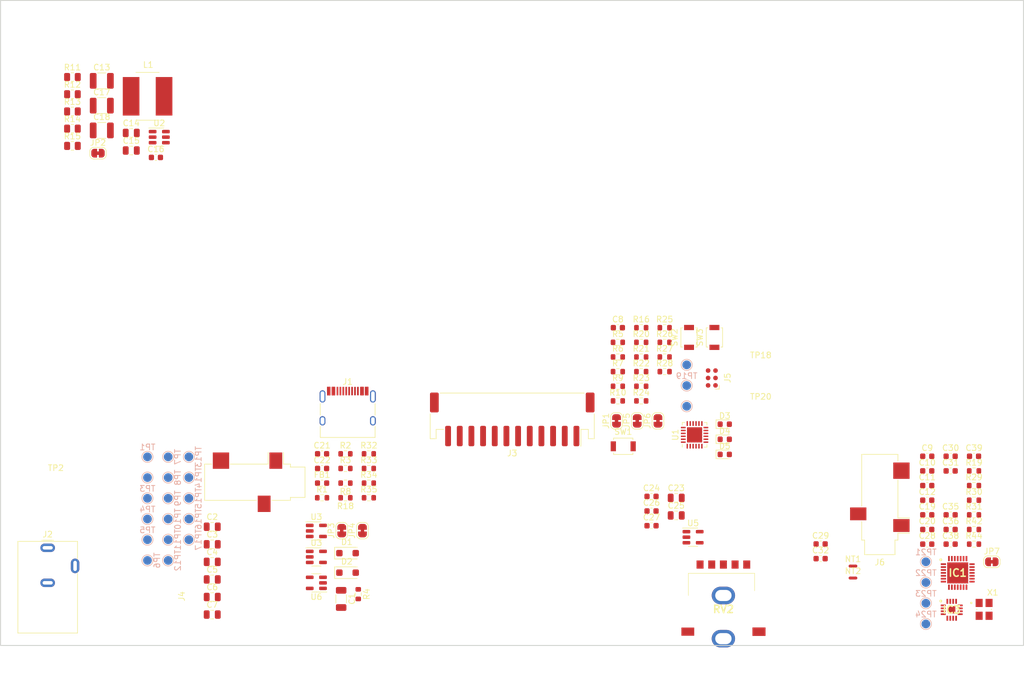
<source format=kicad_pcb>
(kicad_pcb (version 20221018) (generator pcbnew)
  (layers (0 "F.Cu" signal) (31 "B.Cu" signal) (34 "B.Paste" user) (35 "F.Paste" user) (36 "B.SilkS" user "B.Silkscreen") (37 "F.SilkS" user "F.Silkscreen") (38 "B.Mask" user) (39 "F.Mask" user) (44 "Edge.Cuts" user))
  (net 0 "")
  (net 1 "GND")
  (net 2 "Net-(D1-K)")
  (net 3 "+12V")
  (net 4 "Net-(D2-K)")
  (net 5 "Net-(JP3-B)")
  (net 6 "/SAMD11/JTAG.SWDIO")
  (net 7 "/SAMD11/~{RST}")
  (net 8 "Net-(U2-BOOT)")
  (net 9 "Net-(U2-SW)")
  (net 10 "Net-(C16-Pad1)")
  (net 11 "Net-(U2-FB)")
  (net 12 "/Buck/VOUT")
  (net 13 "VBUS")
  (net 14 "/SAMD11/JTAG.SWCLK")
  (net 16 "Net-(JP1-B)")
  (net 17 "+5V")
  (net 18 "Net-(JP5-B)")
  (net 19 "Net-(J4-PadT)")
  (net 20 "Net-(R18-Pad1)")
  (net 21 "Net-(JP6-B)")
  (net 22 "Net-(R6-Pad2)")
  (net 23 "/SAMD11/DAC_INTERNAL")
  (net 24 "/SAMD11/HPA_SHDN")
  (net 25 "Net-(U1-PA04)")
  (net 26 "Net-(U1-PA05)")
  (net 27 "/SAMD11/ESS_SHDN")
  (net 28 "/SAMD11/ESS_GPIO")
  (net 29 "Net-(U1-PA10)")
  (net 30 "Net-(U1-PA11)")
  (net 31 "/SAMD11/STATUS_LED")
  (net 32 "/SAMD11/STATUS_LED_2")
  (net 33 "Net-(U1-PA27)")
  (net 34 "/SAMD11/USB.DM")
  (net 35 "Net-(J1-CC1)")
  (net 36 "Net-(J1-D+-PadA6)")
  (net 37 "Net-(J1-D--PadA7)")
  (net 39 "Net-(J1-CC2)")
  (net 41 "midi_to_fpga_3v")
  (net 42 "midi_from_fpga_3v")
  (net 43 "acal_btn")
  (net 44 "uart_tx_3v")
  (net 45 "mute_btn")
  (net 46 "uart_rx_3v")
  (net 47 "spdif_line")
  (net 48 "mute_led")
  (net 49 "spdif_mon")
  (net 52 "Net-(J4-PadR)")
  (net 53 "Net-(JP2-A)")
  (net 54 "Net-(JP2-B)")
  (net 55 "+3V3")
  (net 56 "/SAMD11/USB.DP")
  (net 57 "Net-(D3-A)")
  (net 58 "Net-(D4-A)")
  (net 59 "Net-(D5-A)")
  (net 60 "/SAMD11/PTC_X2Y8")
  (net 61 "/SAMD11/PTC_X3Y9")
  (net 64 "/DAC/SCL")
  (net 65 "/DAC/SDA")
  (net 66 "Net-(IC1-ADDR)")
  (net 67 "/DAC/DAC.XO")
  (net 68 "/DAC/DAC.XI")
  (net 71 "GNDA")
  (net 73 "Net-(IC1-VREF)")
  (net 74 "Net-(IC1-VREG)")
  (net 75 "+3.3VA")
  (net 79 "/DAC/DAC.RESET")
  (net 80 "/DAC/SPDIF2")
  (net 82 "/DAC/SPDIF1")
  (net 83 "Net-(C10-Pad1)")
  (net 84 "Net-(C9-Pad1)")
  (net 85 "/DAC/OUT_BAL.R+")
  (net 86 "/DAC/OUT_BAL.R-")
  (net 87 "/DAC/OUT_BAL.L+")
  (net 88 "/DAC/OUT_BAL.L-")
  (net 89 "/DAC/DAC_1V2")
  (net 90 "VDD")
  (net 91 "Net-(RN1-R4.1)")
  (net 92 "Net-(RN1-R1.1)")
  (net 93 "Net-(IC3-PVSS)")
  (net 94 "Net-(RN1-R3.1)")
  (net 95 "Net-(RN1-R2.1)")
  (net 96 "Net-(IC3-C1P)")
  (net 97 "Net-(IC3-C1N)")
  (net 98 "/DAC/AMP_PVDD")
  (net 99 "Net-(IC3-BIAS)")
  (net 100 "/DAC/DAC.GPIO")
  (net 101 "/DAC/OUT_SE.G")
  (net 102 "/DAC/IN_BAL.R+")
  (net 103 "/DAC/IN_BAL.R-")
  (net 104 "/DAC/OUT_SE.R")
  (net 105 "/DAC/OUT_SE.L")
  (net 106 "/DAC/IN_BAL.L-")
  (net 107 "/DAC/IN_BAL.L+")
  (net 108 "/DAC/HPA_SHDN")
  (net 110 "Net-(J3-Pin_1)")
  (net 111 "Net-(J3-Pin_3)")
  (net 112 "Net-(J3-Pin_5)")
  (net 113 "Net-(J3-Pin_7)")
  (net 114 "Net-(J6-PadR)")
  (net 115 "Net-(J6-PadT)")
  (footprint "Inductor_SMD:L_Bourns_SRN8040TA" (layer "F.Cu") (at 75.545 65.72)
    (fp_text reference "L1" (at 0.1 -5.4 180) (layer "F.SilkS"))
    (fp_text value "15u")
    (pad "1" smd rect (at -2.825 0 270) (size 6.6 2.85) (layers "F.Cu" "F.Paste" "F.Mask") (net 9 "Net-(U2-SW)"))
    (pad "2" smd rect (at 2.825 0 270) (size 6.6 2.85) (layers "F.Cu" "F.Paste" "F.Mask") (net 12 "/Buck/VOUT"))
  )
  (footprint "Resistor_SMD:R_0603_1608Metric" (layer "F.Cu") (at 105.455 134.53)
    (fp_text reference "R1" (at 0 -1.43) (layer "F.SilkS"))
    (fp_text value "5.1k")
    (pad "1" smd roundrect (at -0.825 0) (size 0.8 0.95) (layers "F.Cu" "F.Paste" "F.Mask") (net 1 "GND"))
    (pad "2" smd roundrect (at 0.825 0) (size 0.8 0.95) (layers "F.Cu" "F.Paste" "F.Mask") (net 35 "Net-(J1-CC1)"))
  )
  (footprint "Package_TO_SOT_SMD:SOT-23-6" (layer "F.Cu") (at 77.545 72.72)
    (fp_text reference "U2" (at 0 -2.4) (layer "F.SilkS"))
    (fp_text value "TPS54202DDC")
    (pad "1" smd roundrect (at -1.1375 -0.95) (size 1.325 0.6) (layers "F.Cu" "F.Paste" "F.Mask") (net 1 "GND"))
    (pad "2" smd roundrect (at -1.1375 0) (size 1.325 0.6) (layers "F.Cu" "F.Paste" "F.Mask") (net 9 "Net-(U2-SW)"))
    (pad "3" smd roundrect (at -1.1375 0.95) (size 1.325 0.6) (layers "F.Cu" "F.Paste" "F.Mask") (net 3 "+12V"))
    (pad "4" smd roundrect (at 1.1375 0.95) (size 1.325 0.6) (layers "F.Cu" "F.Paste" "F.Mask") (net 11 "Net-(U2-FB)"))
    (pad "5" smd roundrect (at 1.1375 0) (size 1.325 0.6) (layers "F.Cu" "F.Paste" "F.Mask") (net 54 "Net-(JP2-B)"))
    (pad "6" smd roundrect (at 1.1375 -0.95) (size 1.325 0.6) (layers "F.Cu" "F.Paste" "F.Mask") (net 8 "Net-(U2-BOOT)"))
  )
  (footprint "Resistor_SMD:R_0603_1608Metric" (layer "F.Cu") (at 160.1625 117.93)
    (fp_text reference "R24" (at 0 -1.43) (layer "F.SilkS"))
    (fp_text value "0")
    (pad "1" smd roundrect (at -0.825 0) (size 0.8 0.95) (layers "F.Cu" "F.Paste" "F.Mask") (net 25 "Net-(U1-PA04)"))
    (pad "2" smd roundrect (at 0.825 0) (size 0.8 0.95) (layers "F.Cu" "F.Paste" "F.Mask") (net 45 "mute_btn"))
  )
  (footprint "Capacitor_SMD:C_0603_1608Metric" (layer "F.Cu") (at 217.2 127.42)
    (fp_text reference "C39" (at 0 -1.43) (layer "F.SilkS"))
    (fp_text value "1u")
    (pad "1" smd roundrect (at -0.775 0) (size 0.9 0.95) (layers "F.Cu" "F.Paste" "F.Mask") (net 98 "/DAC/AMP_PVDD"))
    (pad "2" smd roundrect (at 0.775 0) (size 0.9 0.95) (layers "F.Cu" "F.Paste" "F.Mask") (net 71 "GNDA"))
  )
  (footprint "Resistor_SMD:R_0603_1608Metric" (layer "F.Cu") (at 160.1625 115.42)
    (fp_text reference "R23" (at 0 -1.43) (layer "F.SilkS"))
    (fp_text value "0")
    (pad "1" smd roundrect (at -0.825 0) (size 0.8 0.95) (layers "F.Cu" "F.Paste" "F.Mask") (net 26 "Net-(U1-PA05)"))
    (pad "2" smd roundrect (at 0.825 0) (size 0.8 0.95) (layers "F.Cu" "F.Paste" "F.Mask") (net 48 "mute_led"))
  )
  (footprint "Resistor_SMD:R_0603_1608Metric" (layer "F.Cu") (at 109.465 132.02 180)
    (fp_text reference "R8" (at 0 -1.43) (layer "F.SilkS"))
    (fp_text value "33")
    (pad "1" smd roundrect (at -0.825 0 180) (size 0.8 0.95) (layers "F.Cu" "F.Paste" "F.Mask") (net 55 "+3V3"))
    (pad "2" smd roundrect (at 0.825 0 180) (size 0.8 0.95) (layers "F.Cu" "F.Paste" "F.Mask") (net 52 "Net-(J4-PadR)"))
  )
  (footprint "Diode_SMD:D_SOD-123F" (layer "F.Cu") (at 109.82 147.37)
    (fp_text reference "D2" (at -0.127 -1.905) (layer "F.SilkS"))
    (fp_text value "SS34FA")
    (pad "1" smd roundrect (at -1.4 0) (size 1.1 1.1) (layers "F.Cu" "F.Paste" "F.Mask") (roundrect_rratio 0.2272727273) (net 4 "Net-(D2-K)"))
    (pad "2" smd roundrect (at 1.4 0) (size 1.1 1.1) (layers "F.Cu" "F.Paste" "F.Mask") (roundrect_rratio 0.2272727273) (net 13 "VBUS"))
  )
  (footprint "ess-dac:XTAL_7M-50.000MAAJ-T" (layer "F.Cu") (at 218.925 153.66)
    (fp_text reference "X1" (at 1.475 -2.885) (layer "F.SilkS"))
    (fp_text value "7M-50.000MAAJ-T")
    (pad "1" smd rect (at -0.85 -1.1) (size 1.2 1.4) (layers "F.Cu" "F.Paste" "F.Mask") (net 84 "Net-(C9-Pad1)"))
    (pad "2" smd rect (at -0.85 1.1) (size 1.2 1.4) (layers "F.Cu" "F.Paste" "F.Mask") (net 83 "Net-(C10-Pad1)"))
    (pad "3" smd rect (at 0.85 1.1) (size 1.2 1.4) (layers "F.Cu" "F.Paste" "F.Mask") (net 68 "/DAC/DAC.XI"))
    (pad "4" smd rect (at 0.85 -1.1) (size 1.2 1.4) (layers "F.Cu" "F.Paste" "F.Mask") (net 84 "Net-(C9-Pad1)"))
  )
  (footprint "Button_Switch_SMD:SW_SPST_B3U-1000P" (layer "F.Cu") (at 172.7025 107.05 90)
    (fp_text reference "SW3" (at 0 -2.5 90) (layer "F.SilkS"))
    (fp_text value "SW_Push")
    (pad "1" smd rect (at -1.7 0 90) (size 0.9 1.7) (layers "F.Cu" "F.Paste" "F.Mask") (net 1 "GND"))
    (pad "2" smd rect (at 1.7 0 90) (size 0.9 1.7) (layers "F.Cu" "F.Paste" "F.Mask") (net 16 "Net-(JP1-B)"))
  )
  (footprint "Capacitor_SMD:C_0603_1608Metric" (layer "F.Cu") (at 156.1525 105.38)
    (fp_text reference "C8" (at 0 -1.43) (layer "F.SilkS"))
    (fp_text value ".1u")
    (pad "1" smd roundrect (at -0.775 0) (size 0.9 0.95) (layers "F.Cu" "F.Paste" "F.Mask") (net 1 "GND"))
    (pad "2" smd roundrect (at 0.775 0) (size 0.9 0.95) (layers "F.Cu" "F.Paste" "F.Mask") (net 7 "/SAMD11/~{RST}"))
  )
  (footprint "Resistor_SMD:R_0603_1608Metric" (layer "F.Cu") (at 217.2 129.93)
    (fp_text reference "R19" (at 0 -1.43) (layer "F.SilkS"))
    (fp_text value "100k")
    (pad "1" smd roundrect (at -0.825 0) (size 0.8 0.95) (layers "F.Cu" "F.Paste" "F.Mask") (net 108 "/DAC/HPA_SHDN"))
    (pad "2" smd roundrect (at 0.825 0) (size 0.8 0.95) (layers "F.Cu" "F.Paste" "F.Mask") (net 98 "/DAC/AMP_PVDD"))
  )
  (footprint "Resistor_SMD:R_0603_1608Metric" (layer "F.Cu") (at 160.1625 105.38)
    (fp_text reference "R16" (at 0 -1.43) (layer "F.SilkS"))
    (fp_text value "1k")
    (pad "1" smd roundrect (at -0.825 0) (size 0.8 0.95) (layers "F.Cu" "F.Paste" "F.Mask") (net 58 "Net-(D4-A)"))
    (pad "2" smd roundrect (at 0.825 0) (size 0.8 0.95) (layers "F.Cu" "F.Paste" "F.Mask") (net 21 "Net-(JP6-B)"))
  )
  (footprint "Capacitor_SMD:C_0603_1608Metric" (layer "F.Cu") (at 161.9225 136.81)
    (fp_text reference "C26" (at 0 -1.43) (layer "F.SilkS"))
    (fp_text value "1u")
    (pad "1" smd roundrect (at -0.775 0) (size 0.9 0.95) (layers "F.Cu" "F.Paste" "F.Mask") (net 1 "GND"))
    (pad "2" smd roundrect (at 0.775 0) (size 0.9 0.95) (layers "F.Cu" "F.Paste" "F.Mask") (net 17 "+5V"))
  )
  (footprint "Resistor_SMD:R_0603_1608Metric" (layer "F.Cu") (at 217.2 132.44)
    (fp_text reference "R29" (at 0 -1.43) (layer "F.SilkS"))
    (fp_text value "56k")
    (pad "1" smd roundrect (at -0.825 0) (size 0.8 0.95) (layers "F.Cu" "F.Paste" "F.Mask") (net 75 "+3.3VA"))
    (pad "2" smd roundrect (at 0.825 0) (size 0.8 0.95) (layers "F.Cu" "F.Paste" "F.Mask") (net 66 "Net-(IC1-ADDR)"))
  )
  (footprint "Capacitor_SMD:C_0603_1608Metric" (layer "F.Cu") (at 213.19 137.46)
    (fp_text reference "C35" (at 0 -1.43) (layer "F.SilkS"))
    (fp_text value "1u")
    (pad "1" smd roundrect (at -0.775 0) (size 0.9 0.95) (layers "F.Cu" "F.Paste" "F.Mask") (net 96 "Net-(IC3-C1P)"))
    (pad "2" smd roundrect (at 0.775 0) (size 0.9 0.95) (layers "F.Cu" "F.Paste" "F.Mask") (net 97 "Net-(IC3-C1N)"))
  )
  (footprint "LED_SMD:LED_0603_1608Metric" (layer "F.Cu") (at 174.4725 121.92)
    (fp_text reference "D3" (at 0 -1.43) (layer "F.SilkS"))
    (fp_text value "STATUS")
    (pad "1" smd roundrect (at -0.7875 0) (size 0.875 0.95) (layers "F.Cu" "F.Paste" "F.Mask") (net 1 "GND"))
    (pad "2" smd roundrect (at 0.7875 0) (size 0.875 0.95) (layers "F.Cu" "F.Paste" "F.Mask") (net 57 "Net-(D3-A)"))
  )
  (footprint "Jumper:SolderJumper-2_P1.3mm_Bridged_RoundedPad1.0x1.5mm" (layer "F.Cu") (at 163.0225 121.36 90)
    (fp_text reference "JP6" (at 0 -1.8 90) (layer "F.SilkS"))
    (fp_text value "MUTE_LED_JUMPER")
    (fp_poly (pts (xy 0.25 -0.3) (xy -0.25 -0.3) (xy -0.25 0.3) (xy 0.25 0.3)) (fill solid) (layer "F.Cu"))
    (pad "1" smd custom (at -0.65 0 90) (size 1 0.5) (layers "F.Cu" "F.Mask") (net 48 "mute_led") (options (clearance outline) (anchor rect)) (primitives (gr_circle (center 0 0.25) (end 0.5 0.25) (width 0) (fill yes)) (gr_circle (center 0 -0.25) (end 0.5 -0.25) (width 0) (fill yes)) (gr_poly (pts (xy 0.5 0.75) (xy 0 0.75) (xy 0 -0.75) (xy 0.5 -0.75)) (width 0) (fill yes))))
    (pad "2" smd custom (at 0.65 0 90) (size 1 0.5) (layers "F.Cu" "F.Mask") (net 21 "Net-(JP6-B)") (options (clearance outline) (anchor rect)) (primitives (gr_circle (center 0 0.25) (end 0.5 0.25) (width 0) (fill yes)) (gr_circle (center 0 -0.25) (end 0.5 -0.25) (width 0) (fill yes)) (gr_poly (pts (xy 0 0.75) (xy -0.5 0.75) (xy -0.5 -0.75) (xy 0 -0.75)) (width 0) (fill yes))))
  )
  (footprint "Capacitor_SMD:C_1206_3216Metric" (layer "F.Cu") (at 108.725 151.87 -90)
    (fp_text reference "C1" (at 0 -1.85 90) (layer "F.SilkS"))
    (fp_text value "47u")
    (pad "1" smd roundrect (at -1.475 0 270) (size 1.15 1.8) (layers "F.Cu" "F.Paste" "F.Mask") (roundrect_rratio 0.217391) (net 3 "+12V"))
    (pad "2" smd roundrect (at 1.475 0 270) (size 1.15 1.8) (layers "F.Cu" "F.Paste" "F.Mask") (roundrect_rratio 0.217391) (net 1 "GND"))
  )
  (footprint "Resistor_SMD:R_0603_1608Metric" (layer "F.Cu") (at 156.1525 117.93)
    (fp_text reference "R10" (at 0 -1.43) (layer "F.SilkS"))
    (fp_text value "4.7k")
    (pad "1" smd roundrect (at -0.825 0) (size 0.8 0.95) (layers "F.Cu" "F.Paste" "F.Mask") (net 16 "Net-(JP1-B)"))
    (pad "2" smd roundrect (at 0.825 0) (size 0.8 0.95) (layers "F.Cu" "F.Paste" "F.Mask") (net 55 "+3V3"))
  )
  (footprint "Resistor_SMD:R_0603_1608Metric" (layer "F.Cu") (at 217.2 134.95)
    (fp_text reference "R30" (at 0 -1.43) (layer "F.SilkS"))
    (fp_text value "20")
    (pad "1" smd roundrect (at -0.825 0) (size 0.8 0.95) (layers "F.Cu" "F.Paste" "F.Mask") (net 84 "Net-(C9-Pad1)"))
    (pad "2" smd roundrect (at 0.825 0) (size 0.8 0.95) (layers "F.Cu" "F.Paste" "F.Mask") (net 67 "/DAC/DAC.XO"))
  )
  (footprint "Resistor_SMD:R_0603_1608Metric" (layer "F.Cu") (at 160.1625 110.4)
    (fp_text reference "R21" (at 0 -1.43) (layer "F.SilkS"))
    (fp_text value "2.2k")
    (pad "1" smd roundrect (at -0.825 0) (size 0.8 0.95) (layers "F.Cu" "F.Paste" "F.Mask") (net 65 "/DAC/SDA"))
    (pad "2" smd roundrect (at 0.825 0) (size 0.8 0.95) (layers "F.Cu" "F.Paste" "F.Mask") (net 55 "+3V3"))
  )
  (footprint "LED_SMD:LED_0603_1608Metric" (layer "F.Cu") (at 174.4725 124.51)
    (fp_text reference "D4" (at 0 -1.43) (layer "F.SilkS"))
    (fp_text value "LED")
    (pad "1" smd roundrect (at -0.7875 0) (size 0.875 0.95) (layers "F.Cu" "F.Paste" "F.Mask") (net 1 "GND"))
    (pad "2" smd roundrect (at 0.7875 0) (size 0.875 0.95) (layers "F.Cu" "F.Paste" "F.Mask") (net 58 "Net-(D4-A)"))
  )
  (footprint "Capacitor_SMD:C_0805_2012Metric" (layer "F.Cu") (at 166.1525 137.56)
    (fp_text reference "C25" (at 0 -1.68) (layer "F.SilkS"))
    (fp_text value "10u")
    (pad "1" smd roundrect (at -0.95 0) (size 1 1.45) (layers "F.Cu" "F.Paste" "F.Mask") (net 1 "GND"))
    (pad "2" smd roundrect (at 0.95 0) (size 1 1.45) (layers "F.Cu" "F.Paste" "F.Mask") (net 55 "+3V3"))
  )
  (footprint "Diode_SMD:D_SOD-123F" (layer "F.Cu") (at 109.82 144.02)
    (fp_text reference "D1" (at -0.127 -1.905) (layer "F.SilkS"))
    (fp_text value "SS34FA")
    (pad "1" smd roundrect (at -1.4 0) (size 1.1 1.1) (layers "F.Cu" "F.Paste" "F.Mask") (roundrect_rratio 0.2272727273) (net 2 "Net-(D1-K)"))
    (pad "2" smd roundrect (at 1.4 0) (size 1.1 1.1) (layers "F.Cu" "F.Paste" "F.Mask") (roundrect_rratio 0.2272727273) (net 12 "/Buck/VOUT"))
  )
  (footprint "Capacitor_SMD:C_0805_2012Metric" (layer "F.Cu") (at 166.1525 134.55)
    (fp_text reference "C23" (at 0 -1.68) (layer "F.SilkS"))
    (fp_text value "10u")
    (pad "1" smd roundrect (at -0.95 0) (size 1 1.45) (layers "F.Cu" "F.Paste" "F.Mask") (net 1 "GND"))
    (pad "2" smd roundrect (at 0.95 0) (size 1 1.45) (layers "F.Cu" "F.Paste" "F.Mask") (net 17 "+5V"))
  )
  (footprint "Capacitor_SMD:C_0805_2012Metric" (layer "F.Cu") (at 72.745 75.01)
    (fp_text reference "C15" (at 0 -1.68) (layer "F.SilkS"))
    (fp_text value ".1u")
    (pad "1" smd roundrect (at -0.95 0) (size 1 1.45) (layers "F.Cu" "F.Paste" "F.Mask") (net 8 "Net-(U2-BOOT)"))
    (pad "2" smd roundrect (at 0.95 0) (size 1 1.45) (layers "F.Cu" "F.Paste" "F.Mask") (net 9 "Net-(U2-SW)"))
  )
  (footprint "Resistor_SMD:R_0603_1608Metric" (layer "F.Cu") (at 109.465 127)
    (fp_text reference "R2" (at 0 -1.43) (layer "F.SilkS"))
    (fp_text value "5.1k")
    (pad "1" smd roundrect (at -0.825 0) (size 0.8 0.95) (layers "F.Cu" "F.Paste" "F.Mask") (net 1 "GND"))
    (pad "2" smd roundrect (at 0.825 0) (size 0.8 0.95) (layers "F.Cu" "F.Paste" "F.Mask") (net 39 "Net-(J1-CC2)"))
  )
  (footprint "Inductor_SMD:L_0603_1608Metric" (layer "F.Cu") (at 105.455 132.02)
    (fp_text reference "FB1" (at 0 -1.43) (layer "F.SilkS"))
    (fp_text value "50mohm DCR, 120R@100Mhz")
    (pad "1" smd roundrect (at -0.7875 0) (size 0.875 0.95) (layers "F.Cu" "F.Paste" "F.Mask") (net 5 "Net-(JP3-B)"))
    (pad "2" smd roundrect (at 0.7875 0) (size 0.875 0.95) (layers "F.Cu" "F.Paste" "F.Mask") (net 17 "+5V"))
  )
  (footprint "Resistor_SMD:R_0603_1608Metric" (layer "F.Cu") (at 160.1625 107.89)
    (fp_text reference "R20" (at 0 -1.43) (layer "F.SilkS"))
    (fp_text value "2.2k")
    (pad "1" smd roundrect (at -0.825 0) (size 0.8 0.95) (layers "F.Cu" "F.Paste" "F.Mask") (net 64 "/DAC/SCL"))
    (pad "2" smd roundrect (at 0.825 0) (size 0.8 0.95) (layers "F.Cu" "F.Paste" "F.Mask") (net 55 "+3V3"))
  )
  (footprint "Capacitor_SMD:C_0603_1608Metric" (layer "F.Cu") (at 213.19 129.93)
    (fp_text reference "C31" (at 0 -1.43) (layer "F.SilkS"))
    (fp_text value "1u")
    (pad "1" smd roundrect (at -0.775 0) (size 0.9 0.95) (layers "F.Cu" "F.Paste" "F.Mask") (net 71 "GNDA"))
    (pad "2" smd roundrect (at 0.775 0) (size 0.9 0.95) (layers "F.Cu" "F.Paste" "F.Mask") (net 93 "Net-(IC3-PVSS)"))
  )
  (footprint "theremin:RK10J12R0A0B" (layer "F.Cu") (at 174.24 154.98 180)
    (fp_text reference "RV2" (at 0 1.35) (layer "F.SilkS") (effects (font (size 1.27 1.27) (thickness 0.254))))
    (fp_text value "20K" hide)
    (fp_rect (start -7.2 -1.8) (end -5 -3.2) (stroke (width 0.05)) (fill solid) (layer "F.Cu"))
    (pad "1" smd rect (at -4 9 180) (size 1.2 1.4) (layers "F.Cu" "F.Paste" "F.Mask") (net 105 "/DAC/OUT_SE.L"))
    (pad "2" smd rect (at 0 9 180) (size 1.2 1.4) (layers "F.Cu" "F.Paste" "F.Mask") (net 106 "/DAC/IN_BAL.L-"))
    (pad "3" smd rect (at 2 9 180) (size 1.2 1.4) (layers "F.Cu" "F.Paste" "F.Mask") (net 71 "GNDA"))
    (pad "4" smd rect (at -2 9 180) (size 1.2 1.4) (layers "F.Cu" "F.Paste" "F.Mask") (net 104 "/DAC/OUT_SE.R"))
    (pad "5" smd rect (at 4 9 180) (size 1.2 1.4) (layers "F.Cu" "F.Paste" "F.Mask") (net 103 "/DAC/IN_BAL.R-"))
    (pad "MP1" smd rect (at 6.1 -2.5 270) (size 1.4 2.2) (layers "F.Cu" "F.Paste" "F.Mask"))
    (pad "MP2" smd rect (at -6.1 -2.5 270) (size 1.4 2.2) (layers "F.Cu" "F.Paste" "F.Mask"))
    (pad "MP3" thru_hole oval (at 0 -3.7 180) (size 4 3) (drill oval 2.8 1.9) (layers "*.Cu" "*.Mask"))
    (pad "MP4" thru_hole oval (at 0 3.7 180) (size 4 3) (drill oval 2.8 1.9) (layers "*.Cu" "*.Mask"))
  )
  (footprint "Resistor_SMD:R_0603_1608Metric" (layer "F.Cu") (at 217.2 139.97)
    (fp_text reference "R42" (at 0 -1.43) (layer "F.SilkS"))
    (fp_text value "0")
    (pad "1" smd roundrect (at -0.825 0) (size 0.8 0.95) (layers "F.Cu" "F.Paste" "F.Mask") (net 114 "Net-(J6-PadR)"))
    (pad "2" smd roundrect (at 0.825 0) (size 0.8 0.95) (layers "F.Cu" "F.Paste" "F.Mask") (net 104 "/DAC/OUT_SE.R"))
  )
  (footprint "Jumper:SolderJumper-2_P1.3mm_Bridged_RoundedPad1.0x1.5mm" (layer "F.Cu") (at 108.825 140.17 90)
    (fp_text reference "JP3" (at 0 -1.8 90) (layer "F.SilkS"))
    (fp_text value "JUMP_VBUCK")
    (fp_poly (pts (xy 0.25 -0.3) (xy -0.25 -0.3) (xy -0.25 0.3) (xy 0.25 0.3)) (fill solid) (layer "F.Cu"))
    (pad "1" smd custom (at -0.65 0 90) (size 1 0.5) (layers "F.Cu" "F.Mask") (net 2 "Net-(D1-K)") (options (clearance outline) (anchor rect)) (primitives (gr_circle (center 0 0.25) (end 0.5 0.25) (width 0) (fill yes)) (gr_circle (center 0 -0.25) (end 0.5 -0.25) (width 0) (fill yes)) (gr_poly (pts (xy 0.5 0.75) (xy 0 0.75) (xy 0 -0.75) (xy 0.5 -0.75)) (width 0) (fill yes))))
    (pad "2" smd custom (at 0.65 0 90) (size 1 0.5) (layers "F.Cu" "F.Mask") (net 5 "Net-(JP3-B)") (options (clearance outline) (anchor rect)) (primitives (gr_circle (center 0 0.25) (end 0.5 0.25) (width 0) (fill yes)) (gr_circle (center 0 -0.25) (end 0.5 -0.25) (width 0) (fill yes)) (gr_poly (pts (xy 0 0.75) (xy -0.5 0.75) (xy -0.5 -0.75) (xy 0 -0.75)) (width 0) (fill yes))))
  )
  (footprint "Jumper:SolderJumper-2_P1.3mm_Bridged_RoundedPad1.0x1.5mm" (layer "F.Cu") (at 67.045 75.47)
    (fp_text reference "JP2" (at 0 -1.8) (layer "F.SilkS"))
    (fp_text value "BUCK_VERSION")
    (fp_poly (pts (xy 0.25 -0.3) (xy -0.25 -0.3) (xy -0.25 0.3) (xy 0.25 0.3)) (fill solid) (layer "F.Cu"))
    (pad "1" smd custom (at -0.65 0) (size 1 0.5) (layers "F.Cu" "F.Mask") (net 53 "Net-(JP2-A)") (options (clearance outline) (anchor rect)) (primitives (gr_circle (center 0 0.25) (end 0.5 0.25) (width 0) (fill yes)) (gr_circle (center 0 -0.25) (end 0.5 -0.25) (width 0) (fill yes)) (gr_poly (pts (xy 0.5 0.75) (xy 0 0.75) (xy 0 -0.75) (xy 0.5 -0.75)) (width 0) (fill yes))))
    (pad "2" smd custom (at 0.65 0) (size 1 0.5) (layers "F.Cu" "F.Mask") (net 54 "Net-(JP2-B)") (options (clearance outline) (anchor rect)) (primitives (gr_circle (center 0 0.25) (end 0.5 0.25) (width 0) (fill yes)) (gr_circle (center 0 -0.25) (end 0.5 -0.25) (width 0) (fill yes)) (gr_poly (pts (xy 0 0.75) (xy -0.5 0.75) (xy -0.5 -0.75) (xy 0 -0.75)) (width 0) (fill yes))))
  )
  (footprint "Resistor_SMD:R_0603_1608Metric" (layer "F.Cu") (at 164.1725 107.89)
    (fp_text reference "R26" (at 0 -1.43) (layer "F.SilkS"))
    (fp_text value "0")
    (pad "1" smd roundrect (at -0.825 0) (size 0.8 0.95) (layers "F.Cu" "F.Paste" "F.Mask") (net 30 "Net-(U1-PA11)"))
    (pad "2" smd roundrect (at 0.825 0) (size 0.8 0.95) (layers "F.Cu" "F.Paste" "F.Mask") (net 61 "/SAMD11/PTC_X3Y9"))
  )
  (footprint "theremin:JST_PH_S12B-PH-SM4-TB_1x12-1MP_P2.00mm_Horizontal" (layer "F.Cu") (at 138.049 121.102 180)
    (fp_text reference "J3" (at 0 -5.8) (layer "F.SilkS"))
    (fp_text value "Conn_01x12_MountingPin")
    (pad "1" smd roundrect locked (at -11 -2.85 180) (size 1 3.5) (layers "F.Cu" "F.Paste" "F.Mask") (net 110 "Net-(J3-Pin_1)"))
    (pad "2" smd roundrect locked (at -9 -2.85 180) (size 1 3.5) (layers "F.Cu" "F.Paste" "F.Mask") (net 1 "GND"))
    (pad "3" smd roundrect locked (at -7 -2.85 180) (size 1 3.5) (layers "F.Cu" "F.Paste" "F.Mask") (net 111 "Net-(J3-Pin_3)"))
    (pad "4" smd roundrect locked (at -5 -2.85 180) (size 1 3.5) (layers "F.Cu" "F.Paste" "F.Mask") (net 43 "acal_btn"))
    (pad "5" smd roundrect locked (at -3 -2.85 180) (size 1 3.5) (layers "F.Cu" "F.Paste" "F.Mask") (net 112 "Net-(J3-Pin_5)"))
    (pad "6" smd roundrect locked (at -1 -2.85 180) (size 1 3.5) (layers "F.Cu" "F.Paste" "F.Mask") (net 45 "mute_btn"))
    (pad "7" smd roundrect locked (at 1 -2.85 180) (size 1 3.5) (layers "F.Cu" "F.Paste" "F.Mask") (net 113 "Net-(J3-Pin_7)"))
    (pad "8" smd roundrect locked (at 3 -2.85 180) (size 1 3.5) (layers "F.Cu" "F.Paste" "F.Mask") (net 1 "GND"))
    (pad "9" smd roundrect locked (at 5 -2.85 180) (size 1 3.5) (layers "F.Cu" "F.Paste" "F.Mask") (net 47 "spdif_line"))
    (pad "10" smd roundrect locked (at 7 -2.85 180) (size 1 3.5) (layers "F.Cu" "F.Paste" "F.Mask") (net 48 "mute_led"))
    (pad "11" smd roundrect locked (at 9 -2.85 180) (size 1 3.5) (layers "F.Cu" "F.Paste" "F.Mask") (net 49 "spdif_mon"))
    (pad "12" smd roundrect locked (at 11 -2.85 180) (size 1 3.5) (layers "F.Cu" "F.Paste" "F.Mask") (net 17 "+5V"))
    (pad "MP1" smd roundrect locked (at -13.35 2.9 180) (size 1.5 3.4) (layers "F.Cu" "F.Paste" "F.Mask") (roundrect_rratio 0.166667))
    (pad "MP2" smd roundrect locked (at 13.35 2.9 180) (size 1.5 3.4) (layers "F.Cu" "F.Paste" "F.Mask") (roundrect_rratio 0.166667))
  )
  (footprint "Resistor_SMD:R_0603_1608Metric" (layer "F.Cu") (at 164.1725 112.91)
    (fp_text reference "R28" (at 0 -1.43) (layer "F.SilkS"))
    (fp_text value "1k")
    (pad "1" smd roundrect (at -0.825 0) (size 0.8 0.95) (layers "F.Cu" "F.Paste" "F.Mask") (net 59 "Net-(D5-A)"))
    (pad "2" smd roundrect (at 0.825 0) (size 0.8 0.95) (layers "F.Cu" "F.Paste" "F.Mask") (net 32 "/SAMD11/STATUS_LED_2"))
  )
  (footprint "Resistor_SMD:R_0603_1608Metric" (layer "F.Cu") (at 164.1725 110.4)
    (fp_text reference "R27" (at 0 -1.43) (layer "F.SilkS"))
    (fp_text value "0")
    (pad "1" smd roundrect (at -0.825 0) (size 0.8 0.95) (layers "F.Cu" "F.Paste" "F.Mask") (net 33 "Net-(U1-PA27)"))
    (pad "2" smd roundrect (at 0.825 0) (size 0.8 0.95) (layers "F.Cu" "F.Paste" "F.Mask") (net 43 "acal_btn"))
  )
  (footprint "Button_Switch_SMD:SW_SPST_B3U-1000P" (layer "F.Cu") (at 168.3525 107.05 90)
    (fp_text reference "SW2" (at 0 -2.5 90) (layer "F.SilkS"))
    (fp_text value "SW_Push")
    (pad "1" smd rect (at -1.7 0 90) (size 0.9 1.7) (layers "F.Cu" "F.Paste" "F.Mask") (net 1 "GND"))
    (pad "2" smd rect (at 1.7 0 90) (size 0.9 1.7) (layers "F.Cu" "F.Paste" "F.Mask") (net 18 "Net-(JP5-B)"))
  )
  (footprint "LED_SMD:LED_0603_1608Metric" (layer "F.Cu") (at 174.4725 127.1)
    (fp_text reference "D5" (at 0 -1.43) (layer "F.SilkS"))
    (fp_text value "STATUS_2")
    (pad "1" smd roundrect (at -0.7875 0) (size 0.875 0.95) (layers "F.Cu" "F.Paste" "F.Mask") (net 1 "GND"))
    (pad "2" smd roundrect (at 0.7875 0) (size 0.875 0.95) (layers "F.Cu" "F.Paste" "F.Mask") (net 59 "Net-(D5-A)"))
  )
  (footprint "Capacitor_SMD:C_0603_1608Metric" (layer "F.Cu") (at 209.18 137.46)
    (fp_text reference "C19" (at 0 -1.43) (layer "F.SilkS"))
    (fp_text value "1u")
    (pad "1" smd roundrect (at -0.775 0) (size 0.9 0.95) (layers "F.Cu" "F.Paste" "F.Mask") (net 71 "GNDA"))
    (pad "2" smd roundrect (at 0.775 0) (size 0.9 0.95) (layers "F.Cu" "F.Paste" "F.Mask") (net 75 "+3.3VA"))
  )
  (footprint "Package_TO_SOT_SMD:SOT-23-5" (layer "F.Cu") (at 169.0425 141.29)
    (fp_text reference "U5" (at 0 -2.4) (layer "F.SilkS"))
    (fp_text value "AP2112K-3.3")
    (pad "1" smd roundrect (at -1.1375 -0.95) (size 1.325 0.6) (layers "F.Cu" "F.Paste" "F.Mask") (net 17 "+5V"))
    (pad "2" smd roundrect (at -1.1375 0) (size 1.325 0.6) (layers "F.Cu" "F.Paste" "F.Mask") (net 1 "GND"))
    (pad "3" smd roundrect (at -1.1375 0.95) (size 1.325 0.6) (layers "F.Cu" "F.Paste" "F.Mask") (net 17 "+5V"))
    (pad "4" smd roundrect (at 1.1375 0.95) (size 1.325 0.6) (layers "F.Cu" "F.Paste" "F.Mask"))
    (pad "5" smd roundrect (at 1.1375 -0.95) (size 1.325 0.6) (layers "F.Cu" "F.Paste" "F.Mask") (net 55 "+3V3"))
  )
  (footprint "Capacitor_SMD:C_0603_1608Metric" (layer "F.Cu") (at 105.455 127)
    (fp_text reference "C21" (at 0 -1.43) (layer "F.SilkS"))
    (fp_text value "1u")
    (pad "1" smd roundrect (at -0.775 0) (size 0.9 0.95) (layers "F.Cu" "F.Paste" "F.Mask") (net 1 "GND"))
    (pad "2" smd roundrect (at 0.775 0) (size 0.9 0.95) (layers "F.Cu" "F.Paste" "F.Mask") (net 90 "VDD"))
  )
  (footprint "Resistor_SMD:R_0805_2012Metric" (layer "F.Cu") (at 62.665 74.22)
    (fp_text reference "R15" (at 0 -1.65) (layer "F.SilkS"))
    (fp_text value "13.3k")
    (pad "1" smd roundrect (at -0.9125 0) (size 1.025 1.4) (layers "F.Cu" "F.Paste" "F.Mask") (roundrect_rratio 0.243902) (net 11 "Net-(U2-FB)"))
    (pad "2" smd roundrect (at 0.9125 0) (size 1.025 1.4) (layers "F.Cu" "F.Paste" "F.Mask") (roundrect_rratio 0.243902) (net 1 "GND"))
  )
  (footprint "Resistor_SMD:R_0603_1608Metric" (layer "F.Cu") (at 217.2 142.48)
    (fp_text reference "R44" (at 0 -1.43) (layer "F.SilkS"))
    (fp_text value "0")
    (pad "1" smd roundrect (at -0.825 0) (size 0.8 0.95) (layers "F.Cu" "F.Paste" "F.Mask") (net 115 "Net-(J6-PadT)"))
    (pad "2" smd roundrect (at 0.825 0) (size 0.8 0.95) (layers "F.Cu" "F.Paste" "F.Mask") (net 105 "/DAC/OUT_SE.L"))
  )
  (footprint "Connector_USB:USB_C_Receptacle_HRO_TYPE-C-31-M-12" (layer "F.Cu") (at 109.845 120.29)
    (fp_text reference "J1" (at 0 -5.645) (layer "F.SilkS"))
    (fp_text value "USB_C_Receptacle_USB2.0")
    (pad "" np_thru_hole circle (at -2.89 -2.6) (size 0.65 0.65) (drill 0.65) (layers "*.Cu" "*.Mask"))
    (pad "" np_thru_hole circle (at 2.89 -2.6) (size 0.65 0.65) (drill 0.65) (layers "*.Cu" "*.Mask"))
    (pad "A1" smd rect (at -3.25 -4.045) (size 0.6 1.45) (layers "F.Cu" "F.Paste" "F.Mask") (net 1 "GND"))
    (pad "A4" smd rect (at -2.45 -4.045) (size 0.6 1.45) (layers "F.Cu" "F.Paste" "F.Mask") (net 13 "VBUS"))
    (pad "A5" smd rect (at -1.25 -4.045) (size 0.3 1.45) (layers "F.Cu" "F.Paste" "F.Mask") (net 35 "Net-(J1-CC1)"))
    (pad "A6" smd rect (at -0.25 -4.045) (size 0.3 1.45) (layers "F.Cu" "F.Paste" "F.Mask") (net 36 "Net-(J1-D+-PadA6)"))
    (pad "A7" smd rect (at 0.25 -4.045) (size 0.3 1.45) (layers "F.Cu" "F.Paste" "F.Mask") (net 37 "Net-(J1-D--PadA7)"))
    (pad "A8" smd rect (at 1.25 -4.045) (size 0.3 1.45) (layers "F.Cu" "F.Paste" "F.Mask"))
    (pad "A9" smd rect (at 2.45 -4.045) (size 0.6 1.45) (layers "F.Cu" "F.Paste" "F.Mask") (net 13 "VBUS"))
    (pad "A12" smd rect (at 3.25 -4.045) (size 0.6 1.45) (layers "F.Cu" "F.Paste" "F.Mask") (net 1 "GND"))
    (pad "B1" smd rect (at 3.25 -4.045) (size 0.6 1.45) (layers "F.Cu" "F.Paste" "F.Mask") (net 1 "GND"))
    (pad "B4" smd rect (at 2.45 -4.045) (size 0.6 1.45) (layers "F.Cu" "F.Paste" "F.Mask") (net 13 "VBUS"))
    (pad "B5" smd rect (at 1.75 -4.045) (size 0.3 1.45) (layers "F.Cu" "F.Paste" "F.Mask") (net 39 "Net-(J1-CC2)"))
    (pad "B6" smd rect (at 0.75 -4.045) (size 0.3 1.45) (layers "F.Cu" "F.Paste" "F.Mask") (net 36 "Net-(J1-D+-PadA6)"))
    (pad "B7" smd rect (at -0.75 -4.045) (size 0.3 1.45) (layers "F.Cu" "F.Paste" "F.Mask") (net 37 "Net-(J1-D--PadA7)"))
    (pad "B8" smd rect (at -1.75 -4.045) (size 0.3 1.45) (layers "F.Cu" "F.Paste" "F.Mask"))
    (pad "B9" smd rect (at -2.45 -4.045) (size 0.6 1.45) (layers "F.Cu" "F.Paste" "F.Mask") (net 13 "VBUS"))
    (pad "B12" smd rect (at -3.25 -4.045) (size 0.6 1.45) (layers "F.Cu" "F.Paste" "F.Mask") (net 1 "GND"))
    (pad "S1" thru_hole oval (at -4.32 -3.13) (size 1 2.1) (drill oval 0.6 1.7) (layers "*.Cu" "*.Mask") (net 1 "GND"))
    (pad "S1" thru_hole oval (at -4.32 1.05) (size 1 1.6) (drill oval 0.6 1.2) (layers "*.Cu" "*.Mask") (net 1 "GND"))
    (pad "S1" thru_hole oval (at 4.32 -3.13) (size 1 2.1) (drill oval 0.6 1.7) (layers "*.Cu" "*.Mask") (net 1 "GND"))
    (pad "S1" thru_hole oval (at 4.32 1.05) (size 1 1.6) (drill oval 0.6 1.2) (layers "*.Cu" "*.Mask") (net 1 "GND"))
  )
  (footprint "Package_DFN_QFN:QFN-24-1EP_4x4mm_P0.5mm_EP2.6x2.6mm" (layer "F.Cu") (at 169.3025 123.75 90)
    (fp_text reference "U1" (at 0 -3.3 90) (layer "F.SilkS"))
    (fp_text value "ATSAMD11D14A-M")
    (pad "1" smd roundrect (at -1.9375 -1.25 90) (size 0.825 0.25) (layers "F.Cu" "F.Paste" "F.Mask") (net 23 "/SAMD11/DAC_INTERNAL"))
    (pad "2" smd roundrect (at -1.9375 -0.75 90) (size 0.825 0.25) (layers "F.Cu" "F.Paste" "F.Mask") (net 24 "/SAMD11/HPA_SHDN"))
    (pad "3" smd roundrect (at -1.9375 -0.25 90) (size 0.825 0.25) (layers "F.Cu" "F.Paste" "F.Mask") (net 25 "Net-(U1-PA04)"))
    (pad "4" smd roundrect (at -1.9375 0.25 90) (size 0.825 0.25) (layers "F.Cu" "F.Paste" "F.Mask") (net 26 "Net-(U1-PA05)"))
    (pad "5" smd roundrect (at -1.9375 0.75 90) (size 0.825 0.25) (layers "F.Cu" "F.Paste" "F.Mask") (net 27 "/SAMD11/ESS_SHDN"))
    (pad "6" smd roundrect (at -1.9375 1.25 90) (size 0.825 0.25) (layers "F.Cu" "F.Paste" "F.Mask") (net 28 "/SAMD11/ESS_GPIO"))
    (pad "7" smd roundrect (at -1.25 1.9375 90) (size 0.25 0.825) (layers "F.Cu" "F.Paste" "F.Mask") (net 44 "uart_tx_3v"))
    (pad "8" smd roundrect (at -0.75 1.9375 90) (size 0.25 0.825) (layers "F.Cu" "F.Paste" "F.Mask") (net 46 "uart_rx_3v"))
    (pad "9" smd roundrect (at -0.25 1.9375 90) (size 0.25 0.825) (layers "F.Cu" "F.Paste" "F.Mask") (net 29 "Net-(U1-PA10)"))
    (pad "10" smd roundrect (at 0.25 1.9375 90) (size 0.25 0.825) (layers "F.Cu" "F.Paste" "F.Mask") (net 30 "Net-(U1-PA11)"))
    (pad "11" smd roundrect (at 0.75 1.9375 90) (size 0.25 0.825) (layers "F.Cu" "F.Paste" "F.Mask") (net 41 "midi_to_fpga_3v"))
    (pad "12" smd roundrect (at 1.25 1.9375 90) (size 0.25 0.825) (layers "F.Cu" "F.Paste" "F.Mask") (net 42 "midi_from_fpga_3v"))
    (pad "13" smd roundrect (at 1.9375 1.25 90) (size 0.825 0.25) (layers "F.Cu" "F.Paste" "F.Mask") (net 31 "/SAMD11/STATUS_LED"))
    (pad "14" smd roundrect (at 1.9375 0.75 90) (size 0.825 0.25) (layers "F.Cu" "F.Paste" "F.Mask") (net 32 "/SAMD11/STATUS_LED_2"))
    (pad "15" smd roundrect (at 1.9375 0.25 90) (size 0.825 0.25) (layers "F.Cu" "F.Paste" "F.Mask") (net 65 "/DAC/SDA"))
    (pad "16" smd roundrect (at 1.9375 -0.25 90) (size 0.825 0.25) (layers "F.Cu" "F.Paste" "F.Mask") (net 64 "/DAC/SCL"))
    (pad "17" smd roundrect (at 1.9375 -0.75 90) (size 0.825 0.25) (layers "F.Cu" "F.Paste" "F.Mask") (net 33 "Net-(U1-PA27)"))
    (pad "18" smd roundrect (at 1.9375 -1.25 90) (size 0.825 0.25) (layers "F.Cu" "F.Paste" "F.Mask") (net 7 "/SAMD11/~{RST}"))
    (pad "19" smd roundrect (at 1.25 -1.9375 90) (size 0.25 0.825) (layers "F.Cu" "F.Paste" "F.Mask") (net 14 "/SAMD11/JTAG.SWCLK"))
    (pad "20" smd roundrect (at 0.75 -1.9375 90) (size 0.25 0.825) (layers "F.Cu" "F.Paste" "F.Mask") (net 6 "/SAMD11/JTAG.SWDIO"))
    (pad "21" smd roundrect (at 0.25 -1.9375 90) (size 0.25 0.825) (layers "F.Cu" "F.Paste" "F.Mask") (net 34 "/SAMD11/USB.DM"))
    (pad "22" smd roundrect (at -0.25 -1.9375 90) (size 0.25 0.825) (layers "F.Cu" "F.Paste" "F.Mask") (net 56 "/SAMD11/USB.DP"))
    (pad "23" smd roundrect (at -0.75 -1.9375 90) (size 0.25 0.825) (layers "F.Cu" "F.Paste" "F.Mask") (net 1 "GND"))
    (pad "24" smd roundrect (at -1.25 -1.9375 90) (size 0.25 0.825) (layers "F.Cu" "F.Paste" "F.Mask") (net 55 "+3V3"))
    (pad "25" smd rect (at 0 0 90) (size 2.6 2.6) (layers "F.Cu" "F.Mask") (net 1 "GND"))
  )
  (footprint "Capacitor_SMD:C_0603_1608Metric" (layer "F.Cu") (at 209.18 129.93)
    (fp_text reference "C10" (at 0 -1.43) (layer "F.SilkS"))
    (fp_text value "33p")
    (pad "1" smd roundrect (at -0.775 0) (size 0.9 0.95) (layers "F.Cu" "F.Paste" "F.Mask") (net 83 "Net-(C10-Pad1)"))
    (pad "2" smd roundrect (at 0.775 0) (size 0.9 0.95) (layers "F.Cu" "F.Paste" "F.Mask") (net 1 "GND"))
  )
  (footprint "Resistor_SMD:R_0603_1608Metric" (layer "F.Cu") (at 113.475 127)
    (fp_text reference "R32" (at 0 -1.43) (layer "F.SilkS"))
    (fp_text value "100")
    (pad "1" smd roundrect (at -0.825 0) (size 0.8 0.95) (layers "F.Cu" "F.Paste" "F.Mask") (net 113 "Net-(J3-Pin_7)"))
    (pad "2" smd roundrect (at 0.825 0) (size 0.8 0.95) (layers "F.Cu" "F.Paste" "F.Mask") (net 46 "uart_rx_3v"))
  )
  (footprint "Capacitor_SMD:C_0603_1608Metric" (layer "F.Cu") (at 105.455 129.51)
    (fp_text reference "C22" (at 0 -1.43) (layer "F.SilkS"))
    (fp_text value "1u")
    (pad "1" smd roundrect (at -0.775 0) (size 0.9 0.95) (layers "F.Cu" "F.Paste" "F.Mask") (net 1 "GND"))
    (pad "2" smd roundrect (at 0.775 0) (size 0.9 0.95) (layers "F.Cu" "F.Paste" "F.Mask") (net 75 "+3.3VA"))
  )
  (footprint "Resistor_SMD:R_0603_1608Metric" (layer "F.Cu") (at 164.1725 105.38)
    (fp_text reference "R25" (at 0 -1.43) (layer "F.SilkS"))
    (fp_text value "0")
    (pad "1" smd roundrect (at -0.825 0) (size 0.8 0.95) (layers "F.Cu" "F.Paste" "F.Mask") (net 29 "Net-(U1-PA10)"))
    (pad "2" smd roundrect (at 0.825 0) (size 0.8 0.95) (layers "F.Cu" "F.Paste" "F.Mask") (net 60 "/SAMD11/PTC_X2Y8"))
  )
  (footprint "Package_TO_SOT_SMD:SOT-23-5" (layer "F.Cu") (at 104.475 140.22)
    (fp_text reference "U3" (at 0 -2.4) (layer "F.SilkS"))
    (fp_text value "ADP151-3.3")
    (pad "1" smd roundrect (at -1.1375 -0.95) (size 1.325 0.6) (layers "F.Cu" "F.Paste" "F.Mask") (net 90 "VDD"))
    (pad "2" smd roundrect (at -1.1375 0) (size 1.325 0.6) (layers "F.Cu" "F.Paste" "F.Mask") (net 1 "GND"))
    (pad "3" smd roundrect (at -1.1375 0.95) (size 1.325 0.6) (layers "F.Cu" "F.Paste" "F.Mask") (net 90 "VDD"))
    (pad "4" smd roundrect (at 1.1375 0.95) (size 1.325 0.6) (layers "F.Cu" "F.Paste" "F.Mask"))
    (pad "5" smd roundrect (at 1.1375 -0.95) (size 1.325 0.6) (layers "F.Cu" "F.Paste" "F.Mask") (net 75 "+3.3VA"))
  )
  (footprint "Capacitor_SMD:C_0805_2012Metric" (layer "F.Cu") (at 86.625 151.54)
    (fp_text reference "C6" (at 0 -1.68) (layer "F.SilkS"))
    (fp_text value "10u")
    (pad "1" smd roundrect (at -0.95 0) (size 1 1.45) (layers "F.Cu" "F.Paste" "F.Mask") (net 1 "GND"))
    (pad "2" smd roundrect (at 0.95 0) (size 1 1.45) (layers "F.Cu" "F.Paste" "F.Mask") (net 17 "+5V"))
  )
  (footprint "NetTie:NetTie-2_SMD_Pad0.5mm" (layer "F.Cu") (at 196.45 146.24)
    (fp_text reference "NT1" (at 0 -1.2) (layer "F.SilkS"))
    (fp_text value "NetTie_2")
    (fp_poly (pts (xy -0.5 -0.25) (xy 0.5 -0.25) (xy 0.5 0.25) (xy -0.5 0.25)) (fill solid) (layer "F.Cu"))
    (pad "1" smd circle (at -0.5 0) (size 0.5 0.5) (layers "F.Cu") (net 101 "/DAC/OUT_SE.G"))
    (pad "2" smd circle (at 0.5 0) (size 0.5 0.5) (layers "F.Cu") (net 71 "GNDA"))
  )
  (footprint "Resistor_SMD:R_0805_2012Metric" (layer "F.Cu") (at 62.665 71.27)
    (fp_text reference "R14" (at 0 -1.65) (layer "F.SilkS"))
    (fp_text value "100k")
    (pad "1" smd roundrect (at -0.9125 0) (size 1.025 1.4) (layers "F.Cu" "F.Paste" "F.Mask") (roundrect_rratio 0.243902) (net 10 "Net-(C16-Pad1)"))
    (pad "2" smd roundrect (at 0.9125 0) (size 1.025 1.4) (layers "F.Cu" "F.Paste" "F.Mask") (roundrect_rratio 0.243902) (net 11 "Net-(U2-FB)"))
  )
  (footprint "Resistor_SMD:R_0603_1608Metric" (layer "F.Cu") (at 113.475 129.51)
    (fp_text reference "R33" (at 0 -1.43) (layer "F.SilkS"))
    (fp_text value "100")
    (pad "1" smd roundrect (at -0.825 0) (size 0.8 0.95) (layers "F.Cu" "F.Paste" "F.Mask") (net 112 "Net-(J3-Pin_5)"))
    (pad "2" smd roundrect (at 0.825 0) (size 0.8 0.95) (layers "F.Cu" "F.Paste" "F.Mask") (net 44 "uart_tx_3v"))
  )
  (footprint "Capacitor_SMD:C_0603_1608Metric" (layer "F.Cu") (at 213.19 139.97)
    (fp_text reference "C36" (at 0 -1.43) (layer "F.SilkS"))
    (fp_text value "1u")
    (pad "1" smd roundrect (at -0.775 0) (size 0.9 0.95) (layers "F.Cu" "F.Paste" "F.Mask") (net 98 "/DAC/AMP_PVDD"))
    (pad "2" smd roundrect (at 0.775 0) (size 0.9 0.95) (layers "F.Cu" "F.Paste" "F.Mask") (net 71 "GNDA"))
  )
  (footprint "Resistor_SMD:R_0603_1608Metric" (layer "F.Cu") (at 160.1625 112.91)
    (fp_text reference "R22" (at 0 -1.43) (layer "F.SilkS"))
    (fp_text value "1k")
    (pad "1" smd roundrect (at -0.825 0) (size 0.8 0.95) (layers "F.Cu" "F.Paste" "F.Mask") (net 57 "Net-(D3-A)"))
    (pad "2" smd roundrect (at 0.825 0) (size 0.8 0.95) (layers "F.Cu" "F.Paste" "F.Mask") (net 31 "/SAMD11/STATUS_LED"))
  )
  (footprint "Package_TO_SOT_SMD:SOT-23-5" (layer "F.Cu") (at 104.475 144.67)
    (fp_text reference "U3" (at 0 -2.4) (layer "F.SilkS"))
    (fp_text value "ADP151-3.3")
    (pad "1" smd roundrect (at -1.1375 -0.95) (size 1.325 0.6) (layers "F.Cu" "F.Paste" "F.Mask") (net 90 "VDD"))
    (pad "2" smd roundrect (at -1.1375 0) (size 1.325 0.6) (layers "F.Cu" "F.Paste" "F.Mask") (net 1 "GND"))
    (pad "3" smd roundrect (at -1.1375 0.95) (size 1.325 0.6) (layers "F.Cu" "F.Paste" "F.Mask") (net 90 "VDD"))
    (pad "4" smd roundrect (at 1.1375 0.95) (size 1.325 0.6) (layers "F.Cu" "F.Paste" "F.Mask"))
    (pad "5" smd roundrect (at 1.1375 -0.95) (size 1.325 0.6) (layers "F.Cu" "F.Paste" "F.Mask") (net 75 "+3.3VA"))
  )
  (footprint "Resistor_SMD:R_0603_1608Metric" (layer "F.Cu") (at 109.465 129.51)
    (fp_text reference "R3" (at 0 -1.43) (layer "F.SilkS"))
    (fp_text value "22")
    (pad "1" smd roundrect (at -0.825 0) (size 0.8 0.95) (layers "F.Cu" "F.Paste" "F.Mask") (net 34 "/SAMD11/USB.DM"))
    (pad "2" smd roundrect (at 0.825 0) (size 0.8 0.95) (layers "F.Cu" "F.Paste" "F.Mask") (net 37 "Net-(J1-D--PadA7)"))
  )
  (footprint "Connector_Audio:Jack_3.5mm_CUI_SJ-3523-SMT_Horizontal" (layer "F.Cu") (at 201.05 135.69 180)
    (fp_text reference "J6" (at 0 -9.9) (layer "F.SilkS"))
    (fp_text value "HEADPHONE")
    (pad "" np_thru_hole circle (at 0 -2.5 180) (size 1.7 1.7) (drill 1.7) (layers "*.Cu" "*.Mask"))
    (pad "" np_thru_hole circle (at 0 4.5 180) (size 1.7 1.7) (drill 1.7) (layers "*.Cu" "*.Mask"))
    (pad "R" smd rect (at 3.7 -1.6 180) (size 2.8 2.2) (layers "F.Cu" "F.Paste" "F.Mask") (net 114 "Net-(J6-PadR)"))
    (pad "S" smd rect (at -3.7 -3.6 180) (size 2.8 2.2) (layers "F.Cu" "F.Paste" "F.Mask") (net 101 "/DAC/OUT_SE.G"))
    (pad "T" smd rect (at -3.7 5.8 180) (size 2.8 2.8) (layers "F.Cu" "F.Paste" "F.Mask") (net 115 "Net-(J6-PadT)"))
  )
  (footprint "Capacitor_SMD:C_1210_3225Metric" (layer "F.Cu") (at 67.695 71.57)
    (fp_text reference "C18" (at 0 -2.3) (layer "F.SilkS"))
    (fp_text value "22u")
    (pad "1" smd roundrect (at -1.475 0) (size 1.15 2.7) (layers "F.Cu" "F.Paste" "F.Mask") (roundrect_rratio 0.217391) (net 12 "/Buck/VOUT"))
    (pad "2" smd roundrect (at 1.475 0) (size 1.15 2.7) (layers "F.Cu" "F.Paste" "F.Mask") (roundrect_rratio 0.217391) (net 1 "GND"))
  )
  (footprint "Capacitor_SMD:C_0603_1608Metric" (layer "F.Cu") (at 161.9225 134.3)
    (fp_text reference "C24" (at 0 -1.43) (layer "F.SilkS"))
    (fp_text value ".1u")
    (pad "1" smd roundrect (at -0.775 0) (size 0.9 0.95) (layers "F.Cu" "F.Paste" "F.Mask") (net 1 "GND"))
    (pad "2" smd roundrect (at 0.775 0) (size 0.9 0.95) (layers "F.Cu" "F.Paste" "F.Mask") (net 55 "+3V3"))
  )
  (footprint "Capacitor_SMD:C_0805_2012Metric" (layer "F.Cu") (at 86.625 145.52)
    (fp_text reference "C4" (at 0 -1.68) (layer "F.SilkS"))
    (fp_text value "10u")
    (pad "1" smd roundrect (at -0.95 0) (size 1 1.45) (layers "F.Cu" "F.Paste" "F.Mask") (net 1 "GND"))
    (pad "2" smd roundrect (at 0.95 0) (size 1 1.45) (layers "F.Cu" "F.Paste" "F.Mask") (net 17 "+5V"))
  )
  (footprint "Resistor_SMD:R_0603_1608Metric" (layer "F.Cu") (at 156.1525 110.4)
    (fp_text reference "R6" (at 0 -1.43) (layer "F.SilkS"))
    (fp_text value "330")
    (pad "1" smd roundrect (at -0.825 0) (size 0.8 0.95) (layers "F.Cu" "F.Paste" "F.Mask") (net 7 "/SAMD11/~{RST}"))
    (pad "2" smd roundrect (at 0.825 0) (size 0.8 0.95) (layers "F.Cu" "F.Paste" "F.Mask") (net 22 "Net-(R6-Pad2)"))
  )
  (footprint "Resistor_SMD:R_0805_2012Metric" (layer "F.Cu") (at 62.665 65.37)
    (fp_text reference "R12" (at 0 -1.65) (layer "F.SilkS"))
    (fp_text value "105k")
    (pad "1" smd roundrect (at -0.9125 0) (size 1.025 1.4) (layers "F.Cu" "F.Paste" "F.Mask") (roundrect_rratio 0.243902) (net 53 "Net-(JP2-A)"))
    (pad "2" smd roundrect (at 0.9125 0) (size 1.025 1.4) (layers "F.Cu" "F.Paste" "F.Mask") (roundrect_rratio 0.243902) (net 1 "GND"))
  )
  (footprint "ess-dac:QFN50P500X500X90-29N-D" (layer "F.Cu") (at 214.4 147.41)
    (fp_text reference "IC1" (at 0 0) (layer "F.SilkS") (effects (font (size 1.27 1.27) (thickness 0.254))))
    (fp_text value "ES9010K2M" hide)
    (pad "1" smd rect (at -2.45 -1.5 90) (size 0.3 0.9) (layers "F.Cu" "F.Paste" "F.Mask") (net 1 "GND"))
    (pad "2" smd rect (at -2.45 -1 90) (size 0.3 0.9) (layers "F.Cu" "F.Paste" "F.Mask"))
    (pad "3" smd rect (at -2.45 -0.5 90) (size 0.3 0.9) (layers "F.Cu" "F.Paste" "F.Mask") (net 64 "/DAC/SCL"))
    (pad "4" smd rect (at -2.45 0 90) (size 0.3 0.9) (layers "F.Cu" "F.Paste" "F.Mask") (net 65 "/DAC/SDA"))
    (pad "5" smd rect (at -2.45 0.5 90) (size 0.3 0.9) (layers "F.Cu" "F.Paste" "F.Mask") (net 66 "Net-(IC1-ADDR)"))
    (pad "6" smd rect (at -2.45 1 90) (size 0.3 0.9) (layers "F.Cu" "F.Paste" "F.Mask") (net 67 "/DAC/DAC.XO"))
    (pad "7" smd rect (at -2.45 1.5 90) (size 0.3 0.9) (layers "F.Cu" "F.Paste" "F.Mask") (net 68 "/DAC/DAC.XI"))
    (pad "8" smd rect (at -1.5 2.45) (size 0.3 0.9) (layers "F.Cu" "F.Paste" "F.Mask"))
    (pad "9" smd rect (at -1 2.45) (size 0.3 0.9) (layers "F.Cu" "F.Paste" "F.Mask") (net 85 "/DAC/OUT_BAL.R+"))
    (pad "10" smd rect (at -0.5 2.45) (size 0.3 0.9) (layers "F.Cu" "F.Paste" "F.Mask") (net 86 "/DAC/OUT_BAL.R-"))
    (pad "11" smd rect (at 0 2.45) (size 0.3 0.9) (layers "F.Cu" "F.Paste" "F.Mask"))
    (pad "12" smd rect (at 0.5 2.45) (size 0.3 0.9) (layers "F.Cu" "F.Paste" "F.Mask") (net 71 "GNDA"))
    (pad "13" smd rect (at 1 2.45) (size 0.3 0.9) (layers "F.Cu" "F.Paste" "F.Mask") (net 87 "/DAC/OUT_BAL.L+"))
    (pad "14" smd rect (at 1.5 2.45) (size 0.3 0.9) (layers "F.Cu" "F.Paste" "F.Mask") (net 88 "/DAC/OUT_BAL.L-"))
    (pad "15" smd rect (at 2.45 1.5 90) (size 0.3 0.9) (layers "F.Cu" "F.Paste" "F.Mask"))
    (pad "16" smd rect (at 2.45 1 90) (size 0.3 0.9) (layers "F.Cu" "F.Paste" "F.Mask") (net 73 "Net-(IC1-VREF)"))
    (pad "17" smd rect (at 2.45 0.5 90) (size 0.3 0.9) (layers "F.Cu" "F.Paste" "F.Mask") (net 74 "Net-(IC1-VREG)"))
    (pad "18" smd rect (at 2.45 0 90) (size 0.3 0.9) (layers "F.Cu" "F.Paste" "F.Mask") (net 75 "+3.3VA"))
    (pad "19" smd rect (at 2.45 -0.5 90) (size 0.3 0.9) (layers "F.Cu" "F.Paste" "F.Mask"))
    (pad "20" smd rect (at 2.45 -1 90) (size 0.3 0.9) (layers "F.Cu" "F.Paste" "F.Mask") (net 1 "GND"))
    (pad "21" smd rect (at 2.45 -1.5 90) (size 0.3 0.9) (layers "F.Cu" "F.Paste" "F.Mask") (net 89 "/DAC/DAC_1V2"))
    (pad "22" smd rect (at 1.5 -2.45) (size 0.3 0.9) (layers "F.Cu" "F.Paste" "F.Mask"))
    (pad "23" smd rect (at 1 -2.45) (size 0.3 0.9) (layers "F.Cu" "F.Paste" "F.Mask"))
    (pad "24" smd rect (at 0.5 -2.45) (size 0.3 0.9) (layers "F.Cu" "F.Paste" "F.Mask") (net 100 "/DAC/DAC.GPIO"))
    (pad "25" smd rect (at 0 -2.45) (size 0.3 0.9) (layers "F.Cu" "F.Paste" "F.Mask") (net 80 "/DAC/SPDIF2"))
    (pad "26" smd rect (at -0.5 -2.45) (size 0.3 0.9) (layers "F.Cu" "F.Paste" "F.Mask"))
    (pad "27" smd rect (at -1 -2.45) (size 0.3 0.9) (layers "F.Cu" "F.Paste" "F.Mask") (net 82 "/DAC/SPDIF1"))
    (pad "28" smd rect (at -1.5 -2.45) (size 0.3 0.9) (layers "F.Cu" "F.Paste" "F.Mask") (net 79 "/DAC/DAC.RESET"))
    (pad "29" smd rect (at 0 0) (size 3.6 3.6) (layers "F.Cu" "F.Paste" "F.Mask") (net 1 "GND"))
  )
  (footprint "Capacitor_SMD:C_0603_1608Metric" (layer "F.Cu") (at 209.18 139.97)
    (fp_text reference "C20" (at 0 -1.43) (layer "F.SilkS"))
    (fp_text value "1u")
    (pad "1" smd roundrect (at -0.775 0) (size 0.9 0.95) (layers "F.Cu" "F.Paste" "F.Mask") (net 71 "GNDA"))
    (pad "2" smd roundrect (at 0.775 0) (size 0.9 0.95) (layers "F.Cu" "F.Paste" "F.Mask") (net 74 "Net-(IC1-VREG)"))
  )
  (footprint "Capacitor_SMD:C_0603_1608Metric" (layer "F.Cu") (at 190.905 144.965)
    (fp_text reference "C32" (at 0 -1.43) (layer "F.SilkS"))
    (fp_text value ".47u")
    (pad "1" smd roundrect (at -0.775 0) (size 0.9 0.95) (layers "F.Cu" "F.Paste" "F.Mask") (net 86 "/DAC/OUT_BAL.R-"))
    (pad "2" smd roundrect (at 0.775 0) (size 0.9 0.95) (layers "F.Cu" "F.Paste" "F.Mask") (net 95 "Net-(RN1-R2.1)"))
  )
  (footprint "Capacitor_SMD:C_0603_1608Metric" (layer "F.Cu") (at 209.18 127.42)
    (fp_text reference "C9" (at 0 -1.43) (layer "F.SilkS"))
    (fp_text value "33p")
    (pad "1" smd roundrect (at -0.775 0) (size 0.9 0.95) (layers "F.Cu" "F.Paste" "F.Mask") (net 84 "Net-(C9-Pad1)"))
    (pad "2" smd roundrect (at 0.775 0) (size 0.9 0.95) (layers "F.Cu" "F.Paste" "F.Mask") (net 1 "GND"))
  )
  (footprint "Jumper:SolderJumper-2_P1.3mm_Bridged_RoundedPad1.0x1.5mm" (layer "F.Cu") (at 155.9225 121.36 90)
    (fp_text reference "JP1" (at 0 -1.8 90) (layer "F.SilkS"))
    (fp_text value "MUTE_JUMPER")
    (fp_poly (pts (xy 0.25 -0.3) (xy -0.25 -0.3) (xy -0.25 0.3) (xy 0.25 0.3)) (fill solid) (layer "F.Cu"))
    (pad "1" smd custom (at -0.65 0 90) (size 1 0.5) (layers "F.Cu" "F.Mask") (net 45 "mute_btn") (options (clearance outline) (anchor rect)) (primitives (gr_circle (center 0 0.25) (end 0.5 0.25) (width 0) (fill yes)) (gr_circle (center 0 -0.25) (end 0.5 -0.25) (width 0) (fill yes)) (gr_poly (pts (xy 0.5 0.75) (xy 0 0.75) (xy 0 -0.75) (xy 0.5 -0.75)) (width 0) (fill yes))))
    (pad "2" smd custom (at 0.65 0 90) (size 1 0.5) (layers "F.Cu" "F.Mask") (net 16 "Net-(JP1-B)") (options (clearance outline) (anchor rect)) (primitives (gr_circle (center 0 0.25) (end 0.5 0.25) (width 0) (fill yes)) (gr_circle (center 0 -0.25) (end 0.5 -0.25) (width 0) (fill yes)) (gr_poly (pts (xy 0 0.75) (xy -0.5 0.75) (xy -0.5 -0.75) (xy 0 -0.75)) (width 0) (fill yes))))
  )
  (footprint "Capacitor_SMD:C_0603_1608Metric" (layer "F.Cu") (at 76.975 76.2)
    (fp_text reference "C16" (at 0 -1.43) (layer "F.SilkS"))
    (fp_text value "75p")
    (pad "1" smd roundrect (at -0.775 0) (size 0.9 0.95) (layers "F.Cu" "F.Paste" "F.Mask") (net 10 "Net-(C16-Pad1)"))
    (pad "2" smd roundrect (at 0.775 0) (size 0.9 0.95) (layers "F.Cu" "F.Paste" "F.Mask") (net 11 "Net-(U2-FB)"))
  )
  (footprint "Resistor_SMD:R_0603_1608Metric" (layer "F.Cu") (at 156.1525 112.91)
    (fp_text reference "R7" (at 0 -1.43) (layer "F.SilkS"))
    (fp_text value "10k")
    (pad "1" smd roundrect (at -0.825 0) (size 0.8 0.95) (layers "F.Cu" "F.Paste" "F.Mask") (net 55 "+3V3"))
    (pad "2" smd roundrect (at 0.825 0) (size 0.8 0.95) (layers "F.Cu" "F.Paste" "F.Mask") (net 14 "/SAMD11/JTAG.SWCLK"))
  )
  (footprint "Capacitor_SMD:C_1210_3225Metric" (layer "F.Cu") (at 67.695 63.07)
    (fp_text reference "C13" (at 0 -2.3) (layer "F.SilkS"))
    (fp_text value "10u")
    (pad "1" smd roundrect (at -1.475 0) (size 1.15 2.7) (layers "F.Cu" "F.Paste" "F.Mask") (roundrect_rratio 0.217391) (net 3 "+12V"))
    (pad "2" smd roundrect (at 1.475 0) (size 1.15 2.7) (layers "F.Cu" "F.Paste" "F.Mask") (roundrect_rratio 0.217391) (net 1 "GND"))
  )
  (footprint "Resistor_SMD:R_0603_1608Metric" (layer "F.Cu") (at 156.1525 115.42)
    (fp_text reference "R9" (at 0 -1.43) (layer "F.SilkS"))
    (fp_text value "2.2k")
    (pad "1" smd roundrect (at -0.825 0) (size 0.8 0.95) (layers "F.Cu" "F.Paste" "F.Mask") (net 18 "Net-(JP5-B)"))
    (pad "2" smd roundrect (at 0.825 0) (size 0.8 0.95) (layers "F.Cu" "F.Paste" "F.Mask") (net 55 "+3V3"))
  )
  (footprint "theremin:BarrelJack_CUI_PJ-059A" (layer "F.Cu") (at 58.42 143.11)
    (fp_text reference "J2" (at 0 -2.3) (layer "F.SilkS"))
    (fp_text value "PJ-059A")
    (pad "" np_thru_hole circle (at 0 10.4) (size 2.2 2.2) (drill 2.2) (layers "F&B.Cu" "*.Mask"))
    (pad "1" thru_hole oval (at 0 0 270) (size 1.45 2.5) (drill oval 0.6 1.75) (layers "*.Cu" "*.Mask") (net 3 "+12V"))
    (pad "2" thru_hole oval (at 0 6 90) (size 1.45 2.5) (drill oval 0.6 1.75) (layers "*.Cu" "*.Mask") (net 1 "GND"))
    (pad "3" thru_hole oval (at 4.7 3.1) (size 1.45 2.5) (drill oval 0.6 1.75) (layers "*.Cu" "*.Mask") (net 1 "GND"))
  )
  (footprint "Capacitor_SMD:C_0603_1608Metric" (layer "F.Cu") (at 161.9225 139.32)
    (fp_text reference "C27" (at 0 -1.43) (layer "F.SilkS"))
    (fp_text value ".1u")
    (pad "1" smd roundrect (at -0.775 0) (size 0.9 0.95) (layers "F.Cu" "F.Paste" "F.Mask") (net 1 "GND"))
    (pad "2" smd roundrect (at 0.775 0) (size 0.9 0.95) (layers "F.Cu" "F.Paste" "F.Mask") (net 55 "+3V3"))
  )
  (footprint "Capacitor_SMD:C_0805_2012Metric" (layer "F.Cu") (at 86.625 148.53)
    (fp_text reference "C5" (at 0 -1.68) (layer "F.SilkS"))
    (fp_text value "10u")
    (pad "1" smd roundrect (at -0.95 0) (size 1 1.45) (layers "F.Cu" "F.Paste" "F.Mask") (net 1 "GND"))
    (pad "2" smd roundrect (at 0.95 0) (size 1 1.45) (layers "F.Cu" "F.Paste" "F.Mask") (net 17 "+5V"))
  )
  (footprint "Capacitor_SMD:C_0603_1608Metric" (layer "F.Cu") (at 209.18 142.48)
    (fp_text reference "C28" (at 0 -1.43) (layer "F.SilkS"))
    (fp_text value ".47u")
    (pad "1" smd roundrect (at -0.775 0) (size 0.9 0.95) (layers "F.Cu" "F.Paste" "F.Mask") (net 87 "/DAC/OUT_BAL.L+"))
    (pad "2" smd roundrect (at 0.775 0) (size 0.9 0.95) (layers "F.Cu" "F.Paste" "F.Mask") (net 91 "Net-(RN1-R4.1)"))
  )
  (footprint "theremin:QFN50P300X300X80-17N" (layer "F.Cu") (at 213.375 153.735)
    (fp_text reference "IC3" (at 0 0) (layer "F.SilkS") (effects (font (size 1.27 1.27) (thickness 0.254))))
    (fp_text value "MAX97220AETE+T" hide)
    (pad "1" smd rect (at -1.45 -0.75 90) (size 0.3 0.85) (layers "F.Cu" "F.Paste" "F.Mask") (net 98 "/DAC/AMP_PVDD"))
    (pad "2" smd rect (at -1.45 -0.25 90) (size 0.3 0.85) (layers "F.Cu" "F.Paste" "F.Mask") (net 96 "Net-(IC3-C1P)"))
    (pad "3" smd rect (at -1.45 0.25 90) (size 0.3 0.85) (layers "F.Cu" "F.Paste" "F.Mask") (net 71 "GNDA"))
    (pad "4" smd rect (at -1.45 0.75 90) (size 0.3 0.85) (layers "F.Cu" "F.Paste" "F.Mask") (net 97 "Net-(IC3-C1N)"))
    (pad "5" smd rect (at -0.75 1.45) (size 0.3 0.85) (layers "F.Cu" "F.Paste" "F.Mask") (net 93 "Net-(IC3-PVSS)"))
    (pad "6" smd rect (at -0.25 1.45) (size 0.3 0.85) (layers "F.Cu" "F.Paste" "F.Mask") (net 101 "/DAC/OUT_SE.G"))
    (pad "7" smd rect (at 0.25 1.45) (size 0.3 0.85) (layers "F.Cu" "F.Paste" "F.Mask") (net 102 "/DAC/IN_BAL.R+"))
    (pad "8" smd rect (at 0.75 1.45) (size 0.3 0.85) (layers "F.Cu" "F.Paste" "F.Mask") (net 103 "/DAC/IN_BAL.R-"))
    (pad "9" smd rect (at 1.45 0.75 90) (size 0.3 0.85) (layers "F.Cu" "F.Paste" "F.Mask") (net 98 "/DAC/AMP_PVDD"))
    (pad "10" smd rect (at 1.45 0.25 90) (size 0.3 0.85) (layers "F.Cu" "F.Paste" "F.Mask") (net 104 "/DAC/OUT_SE.R"))
    (pad "11" smd rect (at 1.45 -0.25 90) (size 0.3 0.85) (layers "F.Cu" "F.Paste" "F.Mask") (net 99 "Net-(IC3-BIAS)"))
    (pad "12" smd rect (at 1.45 -0.75 90) (size 0.3 0.85) (layers "F.Cu" "F.Paste" "F.Mask") (net 105 "/DAC/OUT_SE.L"))
    (pad "13" smd rect (at 0.75 -1.45) (size 0.3 0.85) (layers "F.Cu" "F.Paste" "F.Mask") (net 98 "/DAC/AMP_PVDD"))
    (pad "14" smd rect (at 0.25 -1.45) (size 0.3 0.85) (layers "F.Cu" "F.Paste" "F.Mask") (net 106 "/DAC/IN_BAL.L-"))
    (pad "15" smd rect (at -0.25 -1.45) (size 0.3 0.85) (layers "F.Cu" "F.Paste" "F.Mask") (net 107 "/DAC/IN_BAL.L+"))
    (pad "16" smd rect (at -0.75 -1.45) (size 0.3 0.85) (layers "F.Cu" "F.Paste" "F.Mask") (net 108 "/DAC/HPA_SHDN"))
    (pad "17" smd rect (at 0 0) (size 1.25 1.25) (layers "F.Cu" "F.Paste" "F.Mask"))
  )
  (footprint "Resistor_SMD:R_0603_1608Metric" (layer "F.Cu") (at 156.1525 107.89)
    (fp_text reference "R5" (at 0 -1.43) (layer "F.SilkS"))
    (fp_text value "10k")
    (pad "1" smd roundrect (at -0.825 0) (size 0.8 0.95) (layers "F.Cu" "F.Paste" "F.Mask") (net 55 "+3V3"))
    (pad "2" smd roundrect (at 0.825 0) (size 0.8 0.95) (layers "F.Cu" "F.Paste" "F.Mask") (net 7 "/SAMD11/~{RST}"))
  )
  (footprint "Resistor_SMD:R_0603_1608Metric" (layer "F.Cu") (at 217.2 137.46)
    (fp_text reference "R31" (at 0 -1.43) (layer "F.SilkS"))
    (fp_text value "499k")
    (pad "1" smd roundrect (at -0.825 0) (size 0.8 0.95) (layers "F.Cu" "F.Paste" "F.Mask") (net 68 "/DAC/DAC.XI"))
    (pad "2" smd roundrect (at 0.825 0) (size 0.8 0.95) (layers "F.Cu" "F.Paste" "F.Mask") (net 84 "Net-(C9-Pad1)"))
  )
  (footprint "Jumper:SolderJumper-2_P1.3mm_Bridged_RoundedPad1.0x1.5mm" (layer "F.Cu") (at 220.25 145.51)
    (fp_text reference "JP7" (at 0 -1.8) (layer "F.SilkS"))
    (fp_text value "ADDRSEL")
    (fp_poly (pts (xy 0.25 -0.3) (xy -0.25 -0.3) (xy -0.25 0.3) (xy 0.25 0.3)) (fill solid) (layer "F.Cu"))
    (pad "1" smd custom (at -0.65 0) (size 1 0.5) (layers "F.Cu" "F.Mask") (net 1 "GND") (options (clearance outline) (anchor rect)) (primitives (gr_circle (center 0 0.25) (end 0.5 0.25) (width 0) (fill yes)) (gr_circle (center 0 -0.25) (end 0.5 -0.25) (width 0) (fill yes)) (gr_poly (pts (xy 0.5 0.75) (xy 0 0.75) (xy 0 -0.75) (xy 0.5 -0.75)) (width 0) (fill yes))))
    (pad "2" smd custom (at 0.65 0) (size 1 0.5) (layers "F.Cu" "F.Mask") (net 66 "Net-(IC1-ADDR)") (options (clearance outline) (anchor rect)) (primitives (gr_circle (center 0 0.25) (end 0.5 0.25) (width 0) (fill yes)) (gr_circle (center 0 -0.25) (end 0.5 -0.25) (width 0) (fill yes)) (gr_poly (pts (xy 0 0.75) (xy -0.5 0.75) (xy -0.5 -0.75) (xy 0 -0.75)) (width 0) (fill yes))))
  )
  (footprint "Capacitor_SMD:C_0805_2012Metric" (layer "F.Cu") (at 86.625 142.51)
    (fp_text reference "C3" (at 0 -1.68) (layer "F.SilkS"))
    (fp_text value "10u")
    (pad "1" smd roundrect (at -0.95 0) (size 1 1.45) (layers "F.Cu" "F.Paste" "F.Mask") (net 1 "GND"))
    (pad "2" smd roundrect (at 0.95 0) (size 1 1.45) (layers "F.Cu" "F.Paste" "F.Mask") (net 17 "+5V"))
  )
  (footprint "Capacitor_SMD:C_0805_2012Metric" (layer "F.Cu") (at 72.745 72)
    (fp_text reference "C14" (at 0 -1.68) (layer "F.SilkS"))
    (fp_text value ".1u")
    (pad "1" smd roundrect (at -0.95 0) (size 1 1.45) (layers "F.Cu" "F.Paste" "F.Mask") (net 3 "+12V"))
    (pad "2" smd roundrect (at 0.95 0) (size 1 1.45) (layers "F.Cu" "F.Paste" "F.Mask") (net 1 "GND"))
  )
  (footprint "Capacitor_SMD:C_0603_1608Metric" (layer "F.Cu") (at 209.18 134.95)
    (fp_text reference "C12" (at 0 -1.43) (layer "F.SilkS"))
    (fp_text value "4.7u")
    (pad "1" smd roundrect (at -0.775 0) (size 0.9 0.95) (layers "F.Cu" "F.Paste" "F.Mask") (net 89 "/DAC/DAC_1V2"))
    (pad "2" smd roundrect (at 0.775 0) (size 0.9 0.95) (layers "F.Cu" "F.Paste" "F.Mask") (net 71 "GNDA"))
  )
  (footprint "Resistor_SMD:R_0805_2012Metric" (layer "F.Cu") (at 62.665 62.42)
    (fp_text reference "R11" (at 0 -1.65) (layer "F.SilkS"))
    (fp_text value "510k")
    (pad "1" smd roundrect (at -0.9125 0) (size 1.025 1.4) (layers "F.Cu" "F.Paste" "F.Mask") (roundrect_rratio 0.243902) (net 54 "Net-(JP2-B)"))
    (pad "2" smd roundrect (at 0.9125 0) (size 1.025 1.4) (layers "F.Cu" "F.Paste" "F.Mask") (roundrect_rratio 0.243902) (net 3 "+12V"))
  )
  (footprint "Resistor_SMD:R_0603_1608Metric" (layer "F.Cu") (at 109.465 134.53 180)
    (fp_text reference "R18" (at 0 -1.43) (layer "F.SilkS"))
    (fp_text value "10")
    (pad "1" smd roundrect (at -0.825 0 180) (size 0.8 0.95) (layers "F.Cu" "F.Paste" "F.Mask") (net 20 "Net-(R18-Pad1)"))
    (pad "2" smd roundrect (at 0.825 0 180) (size 0.8 0.95) (layers "F.Cu" "F.Paste" "F.Mask") (net 19 "Net-(J4-PadT)"))
  )
  (footprint "Resistor_SMD:R_0805_2012Metric" (layer "F.Cu") (at 62.665 68.32)
    (fp_text reference "R13" (at 0 -1.65) (layer "F.SilkS"))
    (fp_text value "49.9")
    (pad "1" smd roundrect (at -0.9125 0) (size 1.025 1.4) (layers "F.Cu" "F.Paste" "F.Mask") (roundrect_rratio 0.243902) (net 12 "/Buck/VOUT"))
    (pad "2" smd roundrect (at 0.9125 0) (size 1.025 1.4) (layers "F.Cu" "F.Paste" "F.Mask") (roundrect_rratio 0.243902) (net 10 "Net-(C16-Pad1)"))
  )
  (footprint "Button_Switch_SMD:SW_SPST_B3U-1000P" (layer "F.Cu") (at 157.0725 125.71)
    (fp_text reference "SW1" (at 0 -2.5) (layer "F.SilkS"))
    (fp_text value "SW_Push")
    (pad "1" smd rect (at -1.7 0) (size 0.9 1.7) (layers "F.Cu" "F.Paste" "F.Mask") (net 1 "GND"))
    (pad "2" smd rect (at 1.7 0) (size 0.9 1.7) (layers "F.Cu" "F.Paste" "F.Mask") (net 22 "Net-(R6-Pad2)"))
  )
  (footprint "Jumper:SolderJumper-2_P1.3mm_Bridged_RoundedPad1.0x1.5mm" (layer "F.Cu") (at 159.4725 121.36 90)
    (fp_text reference "JP5" (at 0 -1.8 90) (layer "F.SilkS"))
    (fp_text value "ACAL_JUMPER")
    (fp_poly (pts (xy 0.25 -0.3) (xy -0.25 -0.3) (xy -0.25 0.3) (xy 0.25 0.3)) (fill solid) (layer "F.Cu"))
    (pad "1" smd custom (at -0.65 0 90) (size 1 0.5) (layers "F.Cu" "F.Mask") (net 43 "acal_btn") (options (clearance outline) (anchor rect)) (primitives (gr_circle (center 0 0.25) (end 0.5 0.25) (width 0) (fill yes)) (gr_circle (center 0 -0.25) (end 0.5 -0.25) (width 0) (fill yes)) (gr_poly (pts (xy 0.5 0.75) (xy 0 0.75) (xy 0 -0.75) (xy 0.5 -0.75)) (width 0) (fill yes))))
    (pad "2" smd custom (at 0.65 0 90) (size 1 0.5) (layers "F.Cu" "F.Mask") (net 18 "Net-(JP5-B)") (options (clearance outline) (anchor rect)) (primitives (gr_circle (center 0 0.25) (end 0.5 0.25) (width 0) (fill yes)) (gr_circle (center 0 -0.25) (end 0.5 -0.25) (width 0) (fill yes)) (gr_poly (pts (xy 0 0.75) (xy -0.5 0.75) (xy -0.5 -0.75) (xy 0 -0.75)) (width 0) (fill yes))))
  )
  (footprint "Resistor_SMD:R_0603_1608Metric" (layer "F.Cu") (at 113.475 134.53)
    (fp_text reference "R35" (at 0 -1.43) (layer "F.SilkS"))
    (fp_text value "0")
    (pad "1" smd roundrect (at -0.825 0) (size 0.8 0.95) (layers "F.Cu" "F.Paste" "F.Mask") (net 110 "Net-(J3-Pin_1)"))
    (pad "2" smd roundrect (at 0.825 0) (size 0.8 0.95) (layers "F.Cu" "F.Paste" "F.Mask") (net 41 "midi_to_fpga_3v"))
  )
  (footprint "Capacitor_SMD:C_1210_3225Metric" (layer "F.Cu") (at 67.695 67.32)
    (fp_text reference "C17" (at 0 -2.3) (layer "F.SilkS"))
    (fp_text value "22u")
    (pad "1" smd roundrect (at -1.475 0) (size 1.15 2.7) (layers "F.Cu" "F.Paste" "F.Mask") (roundrect_rratio 0.217391) (net 12 "/Buck/VOUT"))
    (pad "2" smd roundrect (at 1.475 0) (size 1.15 2.7) (layers "F.Cu" "F.Paste" "F.Mask") (roundrect_rratio 0.217391) (net 1 "GND"))
  )
  (footprint "Connector_Audio:Jack_3.5mm_CUI_SJ-3523-SMT_Horizontal" (layer "F.Cu") (at 93.925 131.87 -90)
    (fp_text reference "J4" (at 19.55 12.52 -270) (layer "F.SilkS"))
    (fp_text value "MIDI_OUT_JACK")
    (pad "" np_thru_hole circle (at 0 -2.5 270) (size 1.7 1.7) (drill 1.7) (layers "*.Cu" "*.Mask"))
    (pad "" np_thru_hole circle (at 0 4.5 270) (size 1.7 1.7) (drill 1.7) (layers "*.Cu" "*.Mask"))
    (pad "R" smd rect (at 3.7 -1.6 270) (size 2.8 2.2) (layers "F.Cu" "F.Paste" "F.Mask") (net 52 "Net-(J4-PadR)"))
    (pad "S" smd rect (at -3.7 -3.6 270) (size 2.8 2.2) (layers "F.Cu" "F.Paste" "F.Mask") (net 1 "GND"))
    (pad "T" smd rect (at -3.7 5.8 270) (size 2.8 2.8) (layers "F.Cu" "F.Paste" "F.Mask") (net 19 "Net-(J4-PadT)"))
  )
  (footprint "Capacitor_SMD:C_0603_1608Metric" (layer "F.Cu") (at 190.905 142.455)
    (fp_text reference "C29" (at 0 -1.43) (layer "F.SilkS"))
    (fp_text value ".47u")
    (pad "1" smd roundrect (at -0.775 0) (size 0.9 0.95) (layers "F.Cu" "F.Paste" "F.Mask") (net 85 "/DAC/OUT_BAL.R+"))
    (pad "2" smd roundrect (at 0.775 0) (size 0.9 0.95) (layers "F.Cu" "F.Paste" "F.Mask") (net 92 "Net-(RN1-R1.1)"))
  )
  (footprint "Resistor_SMD:R_0603_1608Metric" (layer "F.Cu") (at 111.655 151.05 -90)
    (fp_text reference "R4" (at 0 -1.43 90) (layer "F.SilkS"))
    (fp_text value "22")
    (pad "1" smd roundrect (at -0.825 0 270) (size 0.8 0.95) (layers "F.Cu" "F.Paste" "F.Mask") (net 56 "/SAMD11/USB.DP"))
    (pad "2" smd roundrect (at 0.825 0 270) (size 0.8 0.95) (layers "F.Cu" "F.Paste" "F.Mask") (net 36 "Net-(J1-D+-PadA6)"))
  )
  (footprint "NetTie:NetTie-2_SMD_Pad0.5mm" (layer "F.Cu") (at 196.45 148.29)
    (fp_text reference "NT2" (at 0 -1.2) (layer "F.SilkS"))
    (fp_text value "NetTie_2")
    (fp_poly (pts (xy -0.5 -0.25) (xy 0.5 -0.25) (xy 0.5 0.25) (xy -0.5 0.25)) (fill solid) (layer "F.Cu"))
    (pad "1" smd circle (at -0.5 0) (size 0.5 0.5) (layers "F.Cu") (net 1 "GND"))
    (pad "2" smd circle (at 0.5 0) (size 0.5 0.5) (layers "F.Cu") (net 71 "GNDA"))
  )
  (footprint "Capacitor_SMD:C_0603_1608Metric" (layer "F.Cu") (at 213.19 142.48)
    (fp_text reference "C38" (at 0 -1.43) (layer "F.SilkS"))
    (fp_text value "0.1u")
    (pad "1" smd roundrect (at -0.775 0) (size 0.9 0.95) (layers "F.Cu" "F.Paste" "F.Mask") (net 99 "Net-(IC3-BIAS)"))
    (pad "2" smd roundrect (at 0.775 0) (size 0.9 0.95) (layers "F.Cu" "F.Paste" "F.Mask") (net 71 "GNDA"))
  )
  (footprint "Capacitor_SMD:C_0603_1608Metric" (layer "F.Cu") (at 213.19 127.42)
    (fp_text reference "C30" (at 0 -1.43) (layer "F.SilkS"))
    (fp_text value ".47u")
    (pad "1" smd roundrect (at -0.775 0) (size 0.9 0.95) (layers "F.Cu" "F.Paste" "F.Mask") (net 88 "/DAC/OUT_BAL.L-"))
    (pad "2" smd roundrect (at 0.775 0) (size 0.9 0.95) (layers "F.Cu" "F.Paste" "F.Mask") (net 94 "Net-(RN1-R3.1)"))
  )
  (footprint "Capacitor_SMD:C_0805_2012Metric" (layer "F.Cu") (at 86.625 139.5)
    (fp_text reference "C2" (at 0 -1.68) (layer "F.SilkS"))
    (fp_text value "10u")
    (pad "1" smd roundrect (at -0.95 0) (size 1 1.45) (layers "F.Cu" "F.Paste" "F.Mask") (net 1 "GND"))
    (pad "2" smd roundrect (at 0.95 0) (size 1 1.45) (layers "F.Cu" "F.Paste" "F.Mask") (net 17 "+5V"))
  )
  (footprint "Connector:Tag-Connect_TC2030-IDC-NL_2x03_P1.27mm_Vertical" (layer "F.Cu") (at 172.2525 114 90)
    (fp_text reference "J5" (at 0 2.7 90) (layer "F.SilkS"))
    (fp_text value "PROG_HDR")
    (pad "" np_thru_hole circle (at -2.54 0 90) (size 0.9906 0.9906) (drill 0.9906) (layers "*.Cu" "*.Mask"))
    (pad "" np_thru_hole circle (at 2.54 -1.016 90) (size 0.9906 0.9906) (drill 0.9906) (layers "*.Cu" "*.Mask"))
    (pad "" np_thru_hole circle (at 2.54 1.016 90) (size 0.9906 0.9906) (drill 0.9906) (layers "*.Cu" "*.Mask"))
    (pad "1" connect circle (at -1.27 0.635 90) (size 0.7874 0.7874) (layers "F.Cu" "F.Mask") (net 55 "+3V3"))
    (pad "2" connect circle (at -1.27 -0.635 90) (size 0.7874 0.7874) (layers "F.Cu" "F.Mask") (net 6 "/SAMD11/JTAG.SWDIO"))
    (pad "3" connect circle (at 0 0.635 90) (size 0.7874 0.7874) (layers "F.Cu" "F.Mask") (net 7 "/SAMD11/~{RST}"))
    (pad "4" connect circle (at 0 -0.635 90) (size 0.7874 0.7874) (layers "F.Cu" "F.Mask") (net 14 "/SAMD11/JTAG.SWCLK"))
    (pad "5" connect circle (at 1.27 0.635 90) (size 0.7874 0.7874) (layers "F.Cu" "F.Mask") (net 1 "GND"))
    (pad "6" connect circle (at 1.27 -0.635 90) (size 0.7874 0.7874) (layers "F.Cu" "F.Mask"))
  )
  (footprint "Resistor_SMD:R_0603_1608Metric" (layer "F.Cu") (at 113.475 132.02)
    (fp_text reference "R34" (at 0 -1.43) (layer "F.SilkS"))
    (fp_text value "100")
    (pad "1" smd roundrect (at -0.825 0) (size 0.8 0.95) (layers "F.Cu" "F.Paste" "F.Mask") (net 111 "Net-(J3-Pin_3)"))
    (pad "2" smd roundrect (at 0.825 0) (size 0.8 0.95) (layers "F.Cu" "F.Paste" "F.Mask") (net 42 "midi_from_fpga_3v"))
  )
  (footprint "Capacitor_SMD:C_0805_2012Metric" (layer "F.Cu") (at 86.625 154.55)
    (fp_text reference "C7" (at 0 -1.68) (layer "F.SilkS"))
    (fp_text value "10u")
    (pad "1" smd roundrect (at -0.95 0) (size 1 1.45) (layers "F.Cu" "F.Paste" "F.Mask") (net 1 "GND"))
    (pad "2" smd roundrect (at 0.95 0) (size 1 1.45) (layers "F.Cu" "F.Paste" "F.Mask") (net 17 "+5V"))
  )
  (footprint "Package_TO_SOT_SMD:SOT-23-5" (layer "F.Cu") (at 104.475 149.12 180)
    (fp_text reference "U6" (at 0 -2.4) (layer "F.SilkS"))
    (fp_text value "74AHC1G126")
    (pad "1" smd roundrect (at -1.1375 -0.95 180) (size 1.325 0.6) (layers "F.Cu" "F.Paste" "F.Mask") (net 55 "+3V3"))
    (pad "2" smd roundrect (at -1.1375 0 180) (size 1.325 0.6) (layers "F.Cu" "F.Paste" "F.Mask") (net 42 "midi_from_fpga_3v"))
    (pad "3" smd roundrect (at -1.1375 0.95 180) (size 1.325 0.6) (layers "F.Cu" "F.Paste" "F.Mask") (net 1 "GND"))
    (pad "4" smd roundrect (at 1.1375 0.95 180) (size 1.325 0.6) (layers "F.Cu" "F.Paste" "F.Mask") (net 20 "Net-(R18-Pad1)"))
    (pad "5" smd roundrect (at 1.1375 -0.95 180) (size 1.325 0.6) (layers "F.Cu" "F.Paste" "F.Mask") (net 55 "+3V3"))
  )
  (footprint "Capacitor_SMD:C_0603_1608Metric" (layer "F.Cu") (at 209.18 132.44)
    (fp_text reference "C11" (at 0 -1.43) (layer "F.SilkS"))
    (fp_text value "1u")
    (pad "1" smd roundrect (at -0.775 0) (size 0.9 0.95) (layers "F.Cu" "F.Paste" "F.Mask") (net 71 "GNDA"))
    (pad "2" smd roundrect (at 0.775 0) (size 0.9 0.95) (layers "F.Cu" "F.Paste" "F.Mask") (net 73 "Net-(IC1-VREF)"))
  )
  (footprint "Jumper:SolderJumper-2_P1.3mm_Bridged_RoundedPad1.0x1.5mm" (layer "F.Cu") (at 112.375 140.17 90)
    (fp_text reference "JP4" (at 0 -1.8 90) (layer "F.SilkS"))
    (fp_text value "JUMP_VBUS")
    (fp_poly (pts (xy 0.25 -0.3) (xy -0.25 -0.3) (xy -0.25 0.3) (xy 0.25 0.3)) (fill solid) (layer "F.Cu"))
    (pad "1" smd custom (at -0.65 0 90) (size 1 0.5) (layers "F.Cu" "F.Mask") (net 5 "Net-(JP3-B)") (options (clearance outline) (anchor rect)) (primitives (gr_circle (center 0 0.25) (end 0.5 0.25) (width 0) (fill yes)) (gr_circle (center 0 -0.25) (end 0.5 -0.25) (width 0) (fill yes)) (gr_poly (pts (xy 0.5 0.75) (xy 0 0.75) (xy 0 -0.75) (xy 0.5 -0.75)) (width 0) (fill yes))))
    (pad "2" smd custom (at 0.65 0 90) (size 1 0.5) (layers "F.Cu" "F.Mask") (net 4 "Net-(D2-K)") (options (clearance outline) (anchor rect)) (primitives (gr_circle (center 0 0.25) (end 0.5 0.25) (width 0) (fill yes)) (gr_circle (center 0 -0.25) (end 0.5 -0.25) (width 0) (fill yes)) (gr_poly (pts (xy 0 0.75) (xy -0.5 0.75) (xy -0.5 -0.75) (xy 0 -0.75)) (width 0) (fill yes))))
  )
  (footprint "TestPoint:TestPoint_Pad_D1.5mm" (layer "B.Cu") (at 79.075 134.62 90)
    (fp_text reference "TP9" (at 0 1.648 90) (layer "B.SilkS") (effects (justify mirror)))
    (fp_text value "VUSB")
    (pad "1" smd circle (at 0 0 90) (size 1.5 1.5) (layers "B.Cu" "B.Mask") (net 47 "spdif_line"))
  )
  (footprint "TestPoint:TestPoint_Pad_D1.5mm" (layer "B.Cu") (at 82.625 134.62 90)
    (fp_text reference "TP15" (at 0 1.648 90) (layer "B.SilkS") (effects (justify mirror)))
    (fp_text value "VUSB")
    (pad "1" smd circle (at 0 0 90) (size 1.5 1.5) (layers "B.Cu" "B.Mask") (net 111 "Net-(J3-Pin_3)"))
  )
  (footprint "TestPoint:TestPoint_Pad_D1.5mm" (layer "B.Cu") (at 167.9525 111.75 180)
    (fp_text reference "TP18" (at -12.7 1.648) (layer "F.SilkS"))
    (fp_text value "TestPoint")
    (pad "1" smd circle (at 0 0 180) (size 1.5 1.5) (layers "B.Cu" "B.Mask") (net 27 "/SAMD11/ESS_SHDN"))
  )
  (footprint "TestPoint:TestPoint_Pad_D1.5mm" (layer "B.Cu") (at 75.525 134.62 180)
    (fp_text reference "TP3" (at 0 1.648) (layer "B.SilkS") (effects (justify mirror)))
    (fp_text value "VDD")
    (pad "1" smd circle (at 0 0 180) (size 1.5 1.5) (layers "B.Cu" "B.Mask") (net 17 "+5V"))
  )
  (footprint "TestPoint:TestPoint_Pad_D1.5mm" (layer "B.Cu") (at 167.9525 118.85 180)
    (fp_text reference "TP20" (at -12.7 1.648) (layer "F.SilkS"))
    (fp_text value "TestPoint")
    (pad "1" smd circle (at 0 0 180) (size 1.5 1.5) (layers "B.Cu" "B.Mask") (net 24 "/SAMD11/HPA_SHDN"))
  )
  (footprint "TestPoint:TestPoint_Pad_D1.5mm" (layer "B.Cu") (at 75.525 138.17 180)
    (fp_text reference "TP4" (at 0 1.648) (layer "B.SilkS") (effects (justify mirror)))
    (fp_text value "VSYS")
    (pad "1" smd circle (at 0 0 180) (size 1.5 1.5) (layers "B.Cu" "B.Mask") (net 55 "+3V3"))
  )
  (footprint "TestPoint:TestPoint_Pad_D1.5mm" (layer "B.Cu") (at 208.95 145.51 180)
    (fp_text reference "TP21" (at 0 1.648) (layer "B.SilkS") (effects (justify mirror)))
    (fp_text value "VREG")
    (pad "1" smd circle (at 0 0 180) (size 1.5 1.5) (layers "B.Cu" "B.Mask") (net 74 "Net-(IC1-VREG)"))
  )
  (footprint "TestPoint:TestPoint_Pad_D1.5mm" (layer "B.Cu") (at 208.95 156.16 180)
    (fp_text reference "TP24" (at 0 1.648) (layer "B.SilkS") (effects (justify mirror)))
    (fp_text value "DVDD")
    (pad "1" smd circle (at 0 0 180) (size 1.5 1.5) (layers "B.Cu" "B.Mask") (net 89 "/DAC/DAC_1V2"))
  )
  (footprint "TestPoint:TestPoint_Pad_D1.5mm" (layer "B.Cu") (at 79.075 131.07 90)
    (fp_text reference "TP8" (at 0 1.648 90) (layer "B.SilkS") (effects (justify mirror)))
    (fp_text value "VUSB")
    (pad "1" smd circle (at 0 0 90) (size 1.5 1.5) (layers "B.Cu" "B.Mask") (net 48 "mute_led"))
  )
  (footprint "TestPoint:TestPoint_Pad_D1.5mm" (layer "B.Cu") (at 79.075 145.27 90)
    (fp_text reference "TP12" (at 0 1.648 90) (layer "B.SilkS") (effects (justify mirror)))
    (fp_text value "VUSB")
    (pad "1" smd circle (at 0 0 90) (size 1.5 1.5) (layers "B.Cu" "B.Mask") (net 45 "mute_btn"))
  )
  (footprint "TestPoint:TestPoint_Pad_D1.5mm" (layer "B.Cu") (at 82.625 127.52 90)
    (fp_text reference "TP13" (at 0 1.648 90) (layer "B.SilkS") (effects (justify mirror)))
    (fp_text value "VUSB")
    (pad "1" smd circle (at 0 0 90) (size 1.5 1.5) (layers "B.Cu" "B.Mask") (net 112 "Net-(J3-Pin_5)"))
  )
  (footprint "TestPoint:TestPoint_Pad_D1.5mm" (layer "B.Cu") (at 75.525 145.27 90)
    (fp_text reference "TP6" (at 0 1.648 90) (layer "B.SilkS") (effects (justify mirror)))
    (fp_text value "VUSB")
    (pad "1" smd circle (at 0 0 90) (size 1.5 1.5) (layers "B.Cu" "B.Mask") (net 17 "+5V"))
  )
  (footprint "TestPoint:TestPoint_Pad_D1.5mm" (layer "B.Cu") (at 79.075 127.52 90)
    (fp_text reference "TP7" (at 0 1.648 90) (layer "B.SilkS") (effects (justify mirror)))
    (fp_text value "VUSB")
    (pad "1" smd circle (at 0 0 90) (size 1.5 1.5) (layers "B.Cu" "B.Mask") (net 49 "spdif_mon"))
  )
  (footprint "TestPoint:TestPoint_Pad_D1.5mm" (layer "B.Cu") (at 167.9525 115.3 180)
    (fp_text reference "TP19" (at 0 1.648) (layer "B.SilkS") (effects (justify mirror)))
    (fp_text value "TestPoint")
    (pad "1" smd circle (at 0 0 180) (size 1.5 1.5) (layers "B.Cu" "B.Mask") (net 28 "/SAMD11/ESS_GPIO"))
  )
  (footprint "TestPoint:TestPoint_Pad_D1.5mm" (layer "B.Cu") (at 75.525 131.07 180)
    (fp_text reference "TP2" (at 15.7 1.648) (layer "F.SilkS"))
    (fp_text value "VUSB")
    (pad "1" smd circle (at 0 0 180) (size 1.5 1.5) (layers "B.Cu" "B.Mask") (net 13 "VBUS"))
  )
  (footprint "TestPoint:TestPoint_Pad_D1.5mm" (layer "B.Cu") (at 208.95 149.06 180)
    (fp_text reference "TP22" (at 0 1.648) (layer "B.SilkS") (effects (justify mirror)))
    (fp_text value "VREF")
    (pad "1" smd circle (at 0 0 180) (size 1.5 1.5) (layers "B.Cu" "B.Mask") (net 73 "Net-(IC1-VREF)"))
  )
  (footprint "TestPoint:TestPoint_Pad_D1.5mm" (layer "B.Cu") (at 75.525 127.52 180)
    (fp_text reference "TP1" (at 0 1.648) (layer "B.SilkS") (effects (justify mirror)))
    (fp_text value "VIN")
    (pad "1" smd circle (at 0 0 180) (size 1.5 1.5) (layers "B.Cu" "B.Mask") (net 3 "+12V"))
  )
  (footprint "TestPoint:TestPoint_Pad_D1.5mm" (layer "B.Cu") (at 82.625 131.07 90)
    (fp_text reference "TP14" (at 0 1.648 90) (layer "B.SilkS") (effects (justify mirror)))
    (fp_text value "VUSB")
    (pad "1" smd circle (at 0 0 90) (size 1.5 1.5) (layers "B.Cu" "B.Mask") (net 43 "acal_btn"))
  )
  (footprint "TestPoint:TestPoint_Pad_D1.5mm" (layer "B.Cu") (at 208.95 152.61 180)
    (fp_text reference "TP23" (at 0 1.648) (layer "B.SilkS") (effects (justify mirror)))
    (fp_text value "VCCA")
    (pad "1" smd circle (at 0 0 180) (size 1.5 1.5) (layers "B.Cu" "B.Mask") (net 75 "+3.3VA"))
  )
  (footprint "TestPoint:TestPoint_Pad_D1.5mm" (layer "B.Cu") (at 82.625 138.17 90)
    (fp_text reference "TP16" (at 0 1.648 90) (layer "B.SilkS") (effects (justify mirror)))
    (fp_text value "VUSB")
    (pad "1" smd circle (at 0 0 90) (size 1.5 1.5) (layers "B.Cu" "B.Mask") (net 1 "GND"))
  )
  (footprint "TestPoint:TestPoint_Pad_D1.5mm" (layer "B.Cu") (at 79.075 138.17 90)
    (fp_text reference "TP10" (at 0 1.648 90) (layer "B.SilkS") (effects (justify mirror)))
    (fp_text value "VUSB")
    (pad "1" smd circle (at 0 0 90) (size 1.5 1.5) (layers "B.Cu" "B.Mask") (net 1 "GND"))
  )
  (footprint "TestPoint:TestPoint_Pad_D1.5mm" (layer "B.Cu") (at 75.525 141.72 180)
    (fp_text reference "TP5" (at 0 1.648) (layer "B.SilkS") (effects (justify mirror)))
    (fp_text value "GND")
    (pad "1" smd circle (at 0 0 180) (size 1.5 1.5) (layers "B.Cu" "B.Mask") (net 1 "GND"))
  )
  (footprint "TestPoint:TestPoint_Pad_D1.5mm" (layer "B.Cu") (at 82.625 141.72 90)
    (fp_text reference "TP17" (at 0 1.648 90) (layer "B.SilkS") (effects (justify mirror)))
    (fp_text value "VUSB")
    (pad "1" smd circle (at 0 0 90) (size 1.5 1.5) (layers "B.Cu" "B.Mask") (net 110 "Net-(J3-Pin_1)"))
  )
  (footprint "TestPoint:TestPoint_Pad_D1.5mm" (layer "B.Cu") (at 79.075 141.72 90)
    (fp_text reference "TP11" (at 0 1.648 90) (layer "B.SilkS") (effects (justify mirror)))
    (fp_text value "VUSB")
    (pad "1" smd circle (at 0 0 90) (size 1.5 1.5) (layers "B.Cu" "B.Mask") (net 113 "Net-(J3-Pin_7)"))
  )
  (gr_rect (start 50.35 49.29) (end 225.675 159.845) (stroke (width 0.15)) (fill none) (layer "Edge.Cuts"))
)
</source>
